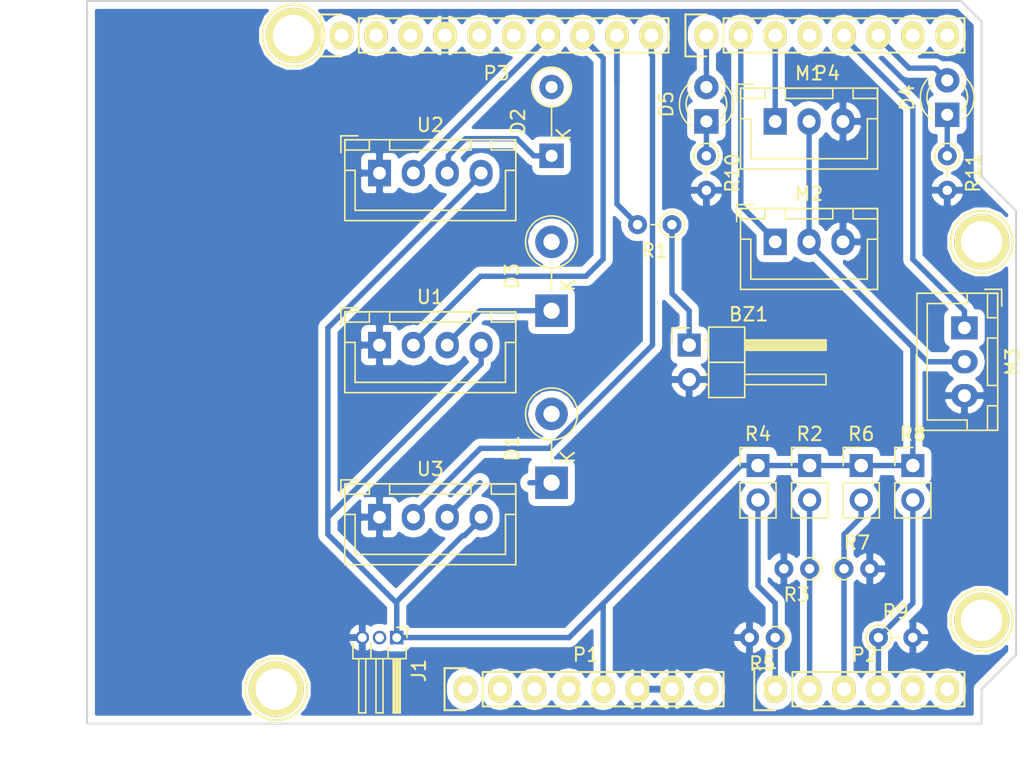
<source format=kicad_pcb>
(kicad_pcb (version 20171130) (host pcbnew "(5.0.0)")

  (general
    (thickness 1.6)
    (drawings 24)
    (tracks 99)
    (zones 0)
    (modules 32)
    (nets 40)
  )

  (page A4)
  (title_block
    (date "lun. 30 mars 2015")
  )

  (layers
    (0 F.Cu signal)
    (31 B.Cu signal)
    (32 B.Adhes user)
    (33 F.Adhes user)
    (34 B.Paste user)
    (35 F.Paste user)
    (36 B.SilkS user)
    (37 F.SilkS user)
    (38 B.Mask user)
    (39 F.Mask user)
    (40 Dwgs.User user)
    (41 Cmts.User user)
    (42 Eco1.User user)
    (43 Eco2.User user)
    (44 Edge.Cuts user)
    (45 Margin user)
    (46 B.CrtYd user)
    (47 F.CrtYd user)
    (48 B.Fab user)
    (49 F.Fab user)
  )

  (setup
    (last_trace_width 0.4)
    (trace_clearance 0.2)
    (zone_clearance 0.508)
    (zone_45_only no)
    (trace_min 0.2)
    (segment_width 0.15)
    (edge_width 0.15)
    (via_size 0.6)
    (via_drill 0.4)
    (via_min_size 0.4)
    (via_min_drill 0.3)
    (uvia_size 0.3)
    (uvia_drill 0.1)
    (uvias_allowed no)
    (uvia_min_size 0.2)
    (uvia_min_drill 0.1)
    (pcb_text_width 0.3)
    (pcb_text_size 1.5 1.5)
    (mod_edge_width 0.15)
    (mod_text_size 1 1)
    (mod_text_width 0.15)
    (pad_size 4.064 4.064)
    (pad_drill 3.048)
    (pad_to_mask_clearance 0)
    (aux_axis_origin 110.998 126.365)
    (grid_origin 110.998 126.365)
    (visible_elements 7FFFFFFF)
    (pcbplotparams
      (layerselection 0x00030_80000001)
      (usegerberextensions false)
      (usegerberattributes false)
      (usegerberadvancedattributes false)
      (creategerberjobfile false)
      (excludeedgelayer true)
      (linewidth 0.100000)
      (plotframeref false)
      (viasonmask false)
      (mode 1)
      (useauxorigin false)
      (hpglpennumber 1)
      (hpglpenspeed 20)
      (hpglpendiameter 15.000000)
      (psnegative false)
      (psa4output false)
      (plotreference true)
      (plotvalue true)
      (plotinvisibletext false)
      (padsonsilk false)
      (subtractmaskfromsilk false)
      (outputformat 1)
      (mirror false)
      (drillshape 1)
      (scaleselection 1)
      (outputdirectory ""))
  )

  (net 0 "")
  (net 1 /IOREF)
  (net 2 /Reset)
  (net 3 +5V)
  (net 4 GND)
  (net 5 /Vin)
  (net 6 /A0)
  (net 7 /A1)
  (net 8 /A2)
  (net 9 /A3)
  (net 10 /AREF)
  (net 11 "/A4(SDA)")
  (net 12 "/A5(SCL)")
  (net 13 "/9(**)")
  (net 14 /8)
  (net 15 /7)
  (net 16 "/6(**)")
  (net 17 "/5(**)")
  (net 18 /4)
  (net 19 "/3(**)")
  (net 20 /2)
  (net 21 "/1(Tx)")
  (net 22 "/0(Rx)")
  (net 23 "Net-(P5-Pad1)")
  (net 24 "Net-(P6-Pad1)")
  (net 25 "Net-(P7-Pad1)")
  (net 26 "Net-(P8-Pad1)")
  (net 27 "/10(**/SS)")
  (net 28 "Net-(P1-Pad1)")
  (net 29 +3V3)
  (net 30 "/12(MISO)")
  (net 31 "/11(**/MOSI)")
  (net 32 "Net-(D1-Pad1)")
  (net 33 "Net-(D2-Pad1)")
  (net 34 "Net-(D3-Pad1)")
  (net 35 "Net-(J1-Pad2)")
  (net 36 "Net-(BZ1-Pad1)")
  (net 37 "Net-(D4-Pad1)")
  (net 38 "Net-(P3-Pad5)")
  (net 39 "Net-(D5-Pad1)")

  (net_class Default "This is the default net class."
    (clearance 0.2)
    (trace_width 0.4)
    (via_dia 0.6)
    (via_drill 0.4)
    (uvia_dia 0.3)
    (uvia_drill 0.1)
    (add_net +3V3)
    (add_net +5V)
    (add_net "/0(Rx)")
    (add_net "/1(Tx)")
    (add_net "/10(**/SS)")
    (add_net "/11(**/MOSI)")
    (add_net "/12(MISO)")
    (add_net /2)
    (add_net "/3(**)")
    (add_net /4)
    (add_net "/5(**)")
    (add_net "/6(**)")
    (add_net /7)
    (add_net /8)
    (add_net "/9(**)")
    (add_net /A0)
    (add_net /A1)
    (add_net /A2)
    (add_net /A3)
    (add_net "/A4(SDA)")
    (add_net "/A5(SCL)")
    (add_net /AREF)
    (add_net /IOREF)
    (add_net /Reset)
    (add_net /Vin)
    (add_net GND)
    (add_net "Net-(BZ1-Pad1)")
    (add_net "Net-(D1-Pad1)")
    (add_net "Net-(D2-Pad1)")
    (add_net "Net-(D3-Pad1)")
    (add_net "Net-(D4-Pad1)")
    (add_net "Net-(D5-Pad1)")
    (add_net "Net-(J1-Pad2)")
    (add_net "Net-(P1-Pad1)")
    (add_net "Net-(P3-Pad5)")
    (add_net "Net-(P5-Pad1)")
    (add_net "Net-(P6-Pad1)")
    (add_net "Net-(P7-Pad1)")
    (add_net "Net-(P8-Pad1)")
  )

  (module Resistor_THT:R_Axial_DIN0204_L3.6mm_D1.6mm_P2.54mm_Vertical (layer F.Cu) (tedit 5AE5139B) (tstamp 5C2C4494)
    (at 174.498 84.455 270)
    (descr "Resistor, Axial_DIN0204 series, Axial, Vertical, pin pitch=2.54mm, 0.167W, length*diameter=3.6*1.6mm^2, http://cdn-reichelt.de/documents/datenblatt/B400/1_4W%23YAG.pdf")
    (tags "Resistor Axial_DIN0204 series Axial Vertical pin pitch 2.54mm 0.167W length 3.6mm diameter 1.6mm")
    (path /5C1A7B03)
    (fp_text reference R11 (at 1.27 -1.92 270) (layer F.SilkS)
      (effects (font (size 1 1) (thickness 0.15)))
    )
    (fp_text value R (at 1.27 1.92 270) (layer F.Fab)
      (effects (font (size 1 1) (thickness 0.15)))
    )
    (fp_circle (center 0 0) (end 0.8 0) (layer F.Fab) (width 0.1))
    (fp_circle (center 0 0) (end 0.92 0) (layer F.SilkS) (width 0.12))
    (fp_line (start 0 0) (end 2.54 0) (layer F.Fab) (width 0.1))
    (fp_line (start 0.92 0) (end 1.54 0) (layer F.SilkS) (width 0.12))
    (fp_line (start -1.05 -1.05) (end -1.05 1.05) (layer F.CrtYd) (width 0.05))
    (fp_line (start -1.05 1.05) (end 3.49 1.05) (layer F.CrtYd) (width 0.05))
    (fp_line (start 3.49 1.05) (end 3.49 -1.05) (layer F.CrtYd) (width 0.05))
    (fp_line (start 3.49 -1.05) (end -1.05 -1.05) (layer F.CrtYd) (width 0.05))
    (fp_text user %R (at 1.27 -1.92 270) (layer F.Fab)
      (effects (font (size 1 1) (thickness 0.15)))
    )
    (pad 1 thru_hole circle (at 0 0 270) (size 1.4 1.4) (drill 0.7) (layers *.Cu *.Mask)
      (net 37 "Net-(D4-Pad1)"))
    (pad 2 thru_hole oval (at 2.54 0 270) (size 1.4 1.4) (drill 0.7) (layers *.Cu *.Mask)
      (net 4 GND))
    (model ${KISYS3DMOD}/Resistor_THT.3dshapes/R_Axial_DIN0204_L3.6mm_D1.6mm_P2.54mm_Vertical.wrl
      (at (xyz 0 0 0))
      (scale (xyz 1 1 1))
      (rotate (xyz 0 0 0))
    )
  )

  (module Connector_PinHeader_2.54mm:PinHeader_1x02_P2.54mm_Vertical (layer F.Cu) (tedit 59FED5CC) (tstamp 5C2C3355)
    (at 171.958 107.315)
    (descr "Through hole straight pin header, 1x02, 2.54mm pitch, single row")
    (tags "Through hole pin header THT 1x02 2.54mm single row")
    (path /5BDC5D25)
    (fp_text reference R8 (at 0 -2.33) (layer F.SilkS)
      (effects (font (size 1 1) (thickness 0.15)))
    )
    (fp_text value LDR03 (at 0 4.87) (layer F.Fab)
      (effects (font (size 1 1) (thickness 0.15)))
    )
    (fp_text user %R (at 0 1.27 90) (layer F.Fab)
      (effects (font (size 1 1) (thickness 0.15)))
    )
    (fp_line (start 1.8 -1.8) (end -1.8 -1.8) (layer F.CrtYd) (width 0.05))
    (fp_line (start 1.8 4.35) (end 1.8 -1.8) (layer F.CrtYd) (width 0.05))
    (fp_line (start -1.8 4.35) (end 1.8 4.35) (layer F.CrtYd) (width 0.05))
    (fp_line (start -1.8 -1.8) (end -1.8 4.35) (layer F.CrtYd) (width 0.05))
    (fp_line (start -1.33 -1.33) (end 0 -1.33) (layer F.SilkS) (width 0.12))
    (fp_line (start -1.33 0) (end -1.33 -1.33) (layer F.SilkS) (width 0.12))
    (fp_line (start -1.33 1.27) (end 1.33 1.27) (layer F.SilkS) (width 0.12))
    (fp_line (start 1.33 1.27) (end 1.33 3.87) (layer F.SilkS) (width 0.12))
    (fp_line (start -1.33 1.27) (end -1.33 3.87) (layer F.SilkS) (width 0.12))
    (fp_line (start -1.33 3.87) (end 1.33 3.87) (layer F.SilkS) (width 0.12))
    (fp_line (start -1.27 -0.635) (end -0.635 -1.27) (layer F.Fab) (width 0.1))
    (fp_line (start -1.27 3.81) (end -1.27 -0.635) (layer F.Fab) (width 0.1))
    (fp_line (start 1.27 3.81) (end -1.27 3.81) (layer F.Fab) (width 0.1))
    (fp_line (start 1.27 -1.27) (end 1.27 3.81) (layer F.Fab) (width 0.1))
    (fp_line (start -0.635 -1.27) (end 1.27 -1.27) (layer F.Fab) (width 0.1))
    (pad 2 thru_hole oval (at 0 2.54) (size 1.7 1.7) (drill 1) (layers *.Cu *.Mask)
      (net 9 /A3))
    (pad 1 thru_hole rect (at 0 0) (size 1.7 1.7) (drill 1) (layers *.Cu *.Mask)
      (net 3 +5V))
    (model ${KISYS3DMOD}/Connector_PinHeader_2.54mm.3dshapes/PinHeader_1x02_P2.54mm_Vertical.wrl
      (at (xyz 0 0 0))
      (scale (xyz 1 1 1))
      (rotate (xyz 0 0 0))
    )
  )

  (module Connector_PinHeader_2.54mm:PinHeader_1x02_P2.54mm_Vertical (layer F.Cu) (tedit 59FED5CC) (tstamp 5C2C3340)
    (at 168.148 107.315)
    (descr "Through hole straight pin header, 1x02, 2.54mm pitch, single row")
    (tags "Through hole pin header THT 1x02 2.54mm single row")
    (path /5BDC5D1E)
    (fp_text reference R6 (at 0 -2.33) (layer F.SilkS)
      (effects (font (size 1 1) (thickness 0.15)))
    )
    (fp_text value LDR03 (at 0 4.87) (layer F.Fab)
      (effects (font (size 1 1) (thickness 0.15)))
    )
    (fp_line (start -0.635 -1.27) (end 1.27 -1.27) (layer F.Fab) (width 0.1))
    (fp_line (start 1.27 -1.27) (end 1.27 3.81) (layer F.Fab) (width 0.1))
    (fp_line (start 1.27 3.81) (end -1.27 3.81) (layer F.Fab) (width 0.1))
    (fp_line (start -1.27 3.81) (end -1.27 -0.635) (layer F.Fab) (width 0.1))
    (fp_line (start -1.27 -0.635) (end -0.635 -1.27) (layer F.Fab) (width 0.1))
    (fp_line (start -1.33 3.87) (end 1.33 3.87) (layer F.SilkS) (width 0.12))
    (fp_line (start -1.33 1.27) (end -1.33 3.87) (layer F.SilkS) (width 0.12))
    (fp_line (start 1.33 1.27) (end 1.33 3.87) (layer F.SilkS) (width 0.12))
    (fp_line (start -1.33 1.27) (end 1.33 1.27) (layer F.SilkS) (width 0.12))
    (fp_line (start -1.33 0) (end -1.33 -1.33) (layer F.SilkS) (width 0.12))
    (fp_line (start -1.33 -1.33) (end 0 -1.33) (layer F.SilkS) (width 0.12))
    (fp_line (start -1.8 -1.8) (end -1.8 4.35) (layer F.CrtYd) (width 0.05))
    (fp_line (start -1.8 4.35) (end 1.8 4.35) (layer F.CrtYd) (width 0.05))
    (fp_line (start 1.8 4.35) (end 1.8 -1.8) (layer F.CrtYd) (width 0.05))
    (fp_line (start 1.8 -1.8) (end -1.8 -1.8) (layer F.CrtYd) (width 0.05))
    (fp_text user %R (at 0 1.27 90) (layer F.Fab)
      (effects (font (size 1 1) (thickness 0.15)))
    )
    (pad 1 thru_hole rect (at 0 0) (size 1.7 1.7) (drill 1) (layers *.Cu *.Mask)
      (net 3 +5V))
    (pad 2 thru_hole oval (at 0 2.54) (size 1.7 1.7) (drill 1) (layers *.Cu *.Mask)
      (net 8 /A2))
    (model ${KISYS3DMOD}/Connector_PinHeader_2.54mm.3dshapes/PinHeader_1x02_P2.54mm_Vertical.wrl
      (at (xyz 0 0 0))
      (scale (xyz 1 1 1))
      (rotate (xyz 0 0 0))
    )
  )

  (module Connector_PinHeader_2.54mm:PinHeader_1x02_P2.54mm_Vertical (layer F.Cu) (tedit 59FED5CC) (tstamp 5C2C332B)
    (at 160.528 107.315)
    (descr "Through hole straight pin header, 1x02, 2.54mm pitch, single row")
    (tags "Through hole pin header THT 1x02 2.54mm single row")
    (path /5BDC54F3)
    (fp_text reference R4 (at 0 -2.33) (layer F.SilkS)
      (effects (font (size 1 1) (thickness 0.15)))
    )
    (fp_text value LDR03 (at 0 4.87) (layer F.Fab)
      (effects (font (size 1 1) (thickness 0.15)))
    )
    (fp_text user %R (at 0 1.27 90) (layer F.Fab)
      (effects (font (size 1 1) (thickness 0.15)))
    )
    (fp_line (start 1.8 -1.8) (end -1.8 -1.8) (layer F.CrtYd) (width 0.05))
    (fp_line (start 1.8 4.35) (end 1.8 -1.8) (layer F.CrtYd) (width 0.05))
    (fp_line (start -1.8 4.35) (end 1.8 4.35) (layer F.CrtYd) (width 0.05))
    (fp_line (start -1.8 -1.8) (end -1.8 4.35) (layer F.CrtYd) (width 0.05))
    (fp_line (start -1.33 -1.33) (end 0 -1.33) (layer F.SilkS) (width 0.12))
    (fp_line (start -1.33 0) (end -1.33 -1.33) (layer F.SilkS) (width 0.12))
    (fp_line (start -1.33 1.27) (end 1.33 1.27) (layer F.SilkS) (width 0.12))
    (fp_line (start 1.33 1.27) (end 1.33 3.87) (layer F.SilkS) (width 0.12))
    (fp_line (start -1.33 1.27) (end -1.33 3.87) (layer F.SilkS) (width 0.12))
    (fp_line (start -1.33 3.87) (end 1.33 3.87) (layer F.SilkS) (width 0.12))
    (fp_line (start -1.27 -0.635) (end -0.635 -1.27) (layer F.Fab) (width 0.1))
    (fp_line (start -1.27 3.81) (end -1.27 -0.635) (layer F.Fab) (width 0.1))
    (fp_line (start 1.27 3.81) (end -1.27 3.81) (layer F.Fab) (width 0.1))
    (fp_line (start 1.27 -1.27) (end 1.27 3.81) (layer F.Fab) (width 0.1))
    (fp_line (start -0.635 -1.27) (end 1.27 -1.27) (layer F.Fab) (width 0.1))
    (pad 2 thru_hole oval (at 0 2.54) (size 1.7 1.7) (drill 1) (layers *.Cu *.Mask)
      (net 6 /A0))
    (pad 1 thru_hole rect (at 0 0) (size 1.7 1.7) (drill 1) (layers *.Cu *.Mask)
      (net 3 +5V))
    (model ${KISYS3DMOD}/Connector_PinHeader_2.54mm.3dshapes/PinHeader_1x02_P2.54mm_Vertical.wrl
      (at (xyz 0 0 0))
      (scale (xyz 1 1 1))
      (rotate (xyz 0 0 0))
    )
  )

  (module Connector_PinHeader_2.54mm:PinHeader_1x02_P2.54mm_Vertical (layer F.Cu) (tedit 59FED5CC) (tstamp 5C2C3316)
    (at 164.338 107.315)
    (descr "Through hole straight pin header, 1x02, 2.54mm pitch, single row")
    (tags "Through hole pin header THT 1x02 2.54mm single row")
    (path /5BDC543A)
    (fp_text reference R2 (at 0 -2.33) (layer F.SilkS)
      (effects (font (size 1 1) (thickness 0.15)))
    )
    (fp_text value LDR03 (at 0 4.87) (layer F.Fab)
      (effects (font (size 1 1) (thickness 0.15)))
    )
    (fp_line (start -0.635 -1.27) (end 1.27 -1.27) (layer F.Fab) (width 0.1))
    (fp_line (start 1.27 -1.27) (end 1.27 3.81) (layer F.Fab) (width 0.1))
    (fp_line (start 1.27 3.81) (end -1.27 3.81) (layer F.Fab) (width 0.1))
    (fp_line (start -1.27 3.81) (end -1.27 -0.635) (layer F.Fab) (width 0.1))
    (fp_line (start -1.27 -0.635) (end -0.635 -1.27) (layer F.Fab) (width 0.1))
    (fp_line (start -1.33 3.87) (end 1.33 3.87) (layer F.SilkS) (width 0.12))
    (fp_line (start -1.33 1.27) (end -1.33 3.87) (layer F.SilkS) (width 0.12))
    (fp_line (start 1.33 1.27) (end 1.33 3.87) (layer F.SilkS) (width 0.12))
    (fp_line (start -1.33 1.27) (end 1.33 1.27) (layer F.SilkS) (width 0.12))
    (fp_line (start -1.33 0) (end -1.33 -1.33) (layer F.SilkS) (width 0.12))
    (fp_line (start -1.33 -1.33) (end 0 -1.33) (layer F.SilkS) (width 0.12))
    (fp_line (start -1.8 -1.8) (end -1.8 4.35) (layer F.CrtYd) (width 0.05))
    (fp_line (start -1.8 4.35) (end 1.8 4.35) (layer F.CrtYd) (width 0.05))
    (fp_line (start 1.8 4.35) (end 1.8 -1.8) (layer F.CrtYd) (width 0.05))
    (fp_line (start 1.8 -1.8) (end -1.8 -1.8) (layer F.CrtYd) (width 0.05))
    (fp_text user %R (at 0 1.27 90) (layer F.Fab)
      (effects (font (size 1 1) (thickness 0.15)))
    )
    (pad 1 thru_hole rect (at 0 0) (size 1.7 1.7) (drill 1) (layers *.Cu *.Mask)
      (net 3 +5V))
    (pad 2 thru_hole oval (at 0 2.54) (size 1.7 1.7) (drill 1) (layers *.Cu *.Mask)
      (net 7 /A1))
    (model ${KISYS3DMOD}/Connector_PinHeader_2.54mm.3dshapes/PinHeader_1x02_P2.54mm_Vertical.wrl
      (at (xyz 0 0 0))
      (scale (xyz 1 1 1))
      (rotate (xyz 0 0 0))
    )
  )

  (module Connector_PinHeader_2.54mm:PinHeader_1x02_P2.54mm_Horizontal (layer F.Cu) (tedit 59FED5CB) (tstamp 5C2C0DD3)
    (at 155.448 98.425)
    (descr "Through hole angled pin header, 1x02, 2.54mm pitch, 6mm pin length, single row")
    (tags "Through hole angled pin header THT 1x02 2.54mm single row")
    (path /5BE382D5)
    (fp_text reference BZ1 (at 4.385 -2.27) (layer F.SilkS)
      (effects (font (size 1 1) (thickness 0.15)))
    )
    (fp_text value Buzzer (at 4.385 4.81) (layer F.Fab)
      (effects (font (size 1 1) (thickness 0.15)))
    )
    (fp_line (start 2.135 -1.27) (end 4.04 -1.27) (layer F.Fab) (width 0.1))
    (fp_line (start 4.04 -1.27) (end 4.04 3.81) (layer F.Fab) (width 0.1))
    (fp_line (start 4.04 3.81) (end 1.5 3.81) (layer F.Fab) (width 0.1))
    (fp_line (start 1.5 3.81) (end 1.5 -0.635) (layer F.Fab) (width 0.1))
    (fp_line (start 1.5 -0.635) (end 2.135 -1.27) (layer F.Fab) (width 0.1))
    (fp_line (start -0.32 -0.32) (end 1.5 -0.32) (layer F.Fab) (width 0.1))
    (fp_line (start -0.32 -0.32) (end -0.32 0.32) (layer F.Fab) (width 0.1))
    (fp_line (start -0.32 0.32) (end 1.5 0.32) (layer F.Fab) (width 0.1))
    (fp_line (start 4.04 -0.32) (end 10.04 -0.32) (layer F.Fab) (width 0.1))
    (fp_line (start 10.04 -0.32) (end 10.04 0.32) (layer F.Fab) (width 0.1))
    (fp_line (start 4.04 0.32) (end 10.04 0.32) (layer F.Fab) (width 0.1))
    (fp_line (start -0.32 2.22) (end 1.5 2.22) (layer F.Fab) (width 0.1))
    (fp_line (start -0.32 2.22) (end -0.32 2.86) (layer F.Fab) (width 0.1))
    (fp_line (start -0.32 2.86) (end 1.5 2.86) (layer F.Fab) (width 0.1))
    (fp_line (start 4.04 2.22) (end 10.04 2.22) (layer F.Fab) (width 0.1))
    (fp_line (start 10.04 2.22) (end 10.04 2.86) (layer F.Fab) (width 0.1))
    (fp_line (start 4.04 2.86) (end 10.04 2.86) (layer F.Fab) (width 0.1))
    (fp_line (start 1.44 -1.33) (end 1.44 3.87) (layer F.SilkS) (width 0.12))
    (fp_line (start 1.44 3.87) (end 4.1 3.87) (layer F.SilkS) (width 0.12))
    (fp_line (start 4.1 3.87) (end 4.1 -1.33) (layer F.SilkS) (width 0.12))
    (fp_line (start 4.1 -1.33) (end 1.44 -1.33) (layer F.SilkS) (width 0.12))
    (fp_line (start 4.1 -0.38) (end 10.1 -0.38) (layer F.SilkS) (width 0.12))
    (fp_line (start 10.1 -0.38) (end 10.1 0.38) (layer F.SilkS) (width 0.12))
    (fp_line (start 10.1 0.38) (end 4.1 0.38) (layer F.SilkS) (width 0.12))
    (fp_line (start 4.1 -0.32) (end 10.1 -0.32) (layer F.SilkS) (width 0.12))
    (fp_line (start 4.1 -0.2) (end 10.1 -0.2) (layer F.SilkS) (width 0.12))
    (fp_line (start 4.1 -0.08) (end 10.1 -0.08) (layer F.SilkS) (width 0.12))
    (fp_line (start 4.1 0.04) (end 10.1 0.04) (layer F.SilkS) (width 0.12))
    (fp_line (start 4.1 0.16) (end 10.1 0.16) (layer F.SilkS) (width 0.12))
    (fp_line (start 4.1 0.28) (end 10.1 0.28) (layer F.SilkS) (width 0.12))
    (fp_line (start 1.11 -0.38) (end 1.44 -0.38) (layer F.SilkS) (width 0.12))
    (fp_line (start 1.11 0.38) (end 1.44 0.38) (layer F.SilkS) (width 0.12))
    (fp_line (start 1.44 1.27) (end 4.1 1.27) (layer F.SilkS) (width 0.12))
    (fp_line (start 4.1 2.16) (end 10.1 2.16) (layer F.SilkS) (width 0.12))
    (fp_line (start 10.1 2.16) (end 10.1 2.92) (layer F.SilkS) (width 0.12))
    (fp_line (start 10.1 2.92) (end 4.1 2.92) (layer F.SilkS) (width 0.12))
    (fp_line (start 1.042929 2.16) (end 1.44 2.16) (layer F.SilkS) (width 0.12))
    (fp_line (start 1.042929 2.92) (end 1.44 2.92) (layer F.SilkS) (width 0.12))
    (fp_line (start -1.27 0) (end -1.27 -1.27) (layer F.SilkS) (width 0.12))
    (fp_line (start -1.27 -1.27) (end 0 -1.27) (layer F.SilkS) (width 0.12))
    (fp_line (start -1.8 -1.8) (end -1.8 4.35) (layer F.CrtYd) (width 0.05))
    (fp_line (start -1.8 4.35) (end 10.55 4.35) (layer F.CrtYd) (width 0.05))
    (fp_line (start 10.55 4.35) (end 10.55 -1.8) (layer F.CrtYd) (width 0.05))
    (fp_line (start 10.55 -1.8) (end -1.8 -1.8) (layer F.CrtYd) (width 0.05))
    (fp_text user %R (at 2.77 1.27 90) (layer F.Fab)
      (effects (font (size 1 1) (thickness 0.15)))
    )
    (pad 1 thru_hole rect (at 0 0) (size 1.7 1.7) (drill 1) (layers *.Cu *.Mask)
      (net 36 "Net-(BZ1-Pad1)"))
    (pad 2 thru_hole oval (at 0 2.54) (size 1.7 1.7) (drill 1) (layers *.Cu *.Mask)
      (net 4 GND))
    (model ${KISYS3DMOD}/Connector_PinHeader_2.54mm.3dshapes/PinHeader_1x02_P2.54mm_Horizontal.wrl
      (at (xyz 0 0 0))
      (scale (xyz 1 1 1))
      (rotate (xyz 0 0 0))
    )
  )

  (module Connector_JST:JST_XH_B03B-XH-A_1x03_P2.50mm_Vertical (layer F.Cu) (tedit 5A2731AA) (tstamp 5C2BF11A)
    (at 161.798 81.915)
    (descr "JST XH series connector, B03B-XH-A (http://www.jst-mfg.com/product/pdf/eng/eXH.pdf), generated with kicad-footprint-generator")
    (tags "connector JST XH side entry")
    (path /5BE0A325)
    (fp_text reference M1 (at 2.5 -3.55) (layer F.SilkS)
      (effects (font (size 1 1) (thickness 0.15)))
    )
    (fp_text value Motor_Servo (at 2.5 4.6) (layer F.Fab)
      (effects (font (size 1 1) (thickness 0.15)))
    )
    (fp_line (start -2.45 -2.35) (end -2.45 3.4) (layer F.Fab) (width 0.1))
    (fp_line (start -2.45 3.4) (end 7.45 3.4) (layer F.Fab) (width 0.1))
    (fp_line (start 7.45 3.4) (end 7.45 -2.35) (layer F.Fab) (width 0.1))
    (fp_line (start 7.45 -2.35) (end -2.45 -2.35) (layer F.Fab) (width 0.1))
    (fp_line (start -2.56 -2.46) (end -2.56 3.51) (layer F.SilkS) (width 0.12))
    (fp_line (start -2.56 3.51) (end 7.56 3.51) (layer F.SilkS) (width 0.12))
    (fp_line (start 7.56 3.51) (end 7.56 -2.46) (layer F.SilkS) (width 0.12))
    (fp_line (start 7.56 -2.46) (end -2.56 -2.46) (layer F.SilkS) (width 0.12))
    (fp_line (start -2.95 -2.85) (end -2.95 3.9) (layer F.CrtYd) (width 0.05))
    (fp_line (start -2.95 3.9) (end 7.95 3.9) (layer F.CrtYd) (width 0.05))
    (fp_line (start 7.95 3.9) (end 7.95 -2.85) (layer F.CrtYd) (width 0.05))
    (fp_line (start 7.95 -2.85) (end -2.95 -2.85) (layer F.CrtYd) (width 0.05))
    (fp_line (start -0.625 -2.35) (end 0 -1.35) (layer F.Fab) (width 0.1))
    (fp_line (start 0 -1.35) (end 0.625 -2.35) (layer F.Fab) (width 0.1))
    (fp_line (start 0.75 -2.45) (end 0.75 -1.7) (layer F.SilkS) (width 0.12))
    (fp_line (start 0.75 -1.7) (end 4.25 -1.7) (layer F.SilkS) (width 0.12))
    (fp_line (start 4.25 -1.7) (end 4.25 -2.45) (layer F.SilkS) (width 0.12))
    (fp_line (start 4.25 -2.45) (end 0.75 -2.45) (layer F.SilkS) (width 0.12))
    (fp_line (start -2.55 -2.45) (end -2.55 -1.7) (layer F.SilkS) (width 0.12))
    (fp_line (start -2.55 -1.7) (end -0.75 -1.7) (layer F.SilkS) (width 0.12))
    (fp_line (start -0.75 -1.7) (end -0.75 -2.45) (layer F.SilkS) (width 0.12))
    (fp_line (start -0.75 -2.45) (end -2.55 -2.45) (layer F.SilkS) (width 0.12))
    (fp_line (start 5.75 -2.45) (end 5.75 -1.7) (layer F.SilkS) (width 0.12))
    (fp_line (start 5.75 -1.7) (end 7.55 -1.7) (layer F.SilkS) (width 0.12))
    (fp_line (start 7.55 -1.7) (end 7.55 -2.45) (layer F.SilkS) (width 0.12))
    (fp_line (start 7.55 -2.45) (end 5.75 -2.45) (layer F.SilkS) (width 0.12))
    (fp_line (start -2.55 -0.2) (end -1.8 -0.2) (layer F.SilkS) (width 0.12))
    (fp_line (start -1.8 -0.2) (end -1.8 2.75) (layer F.SilkS) (width 0.12))
    (fp_line (start -1.8 2.75) (end 2.5 2.75) (layer F.SilkS) (width 0.12))
    (fp_line (start 7.55 -0.2) (end 6.8 -0.2) (layer F.SilkS) (width 0.12))
    (fp_line (start 6.8 -0.2) (end 6.8 2.75) (layer F.SilkS) (width 0.12))
    (fp_line (start 6.8 2.75) (end 2.5 2.75) (layer F.SilkS) (width 0.12))
    (fp_line (start -1.6 -2.75) (end -2.85 -2.75) (layer F.SilkS) (width 0.12))
    (fp_line (start -2.85 -2.75) (end -2.85 -1.5) (layer F.SilkS) (width 0.12))
    (fp_text user %R (at 2.5 2.7) (layer F.Fab)
      (effects (font (size 1 1) (thickness 0.15)))
    )
    (pad 1 thru_hole rect (at 0 0) (size 1.7 1.95) (drill 0.95) (layers *.Cu *.Mask)
      (net 17 "/5(**)"))
    (pad 2 thru_hole oval (at 2.5 0) (size 1.7 1.95) (drill 0.95) (layers *.Cu *.Mask)
      (net 3 +5V))
    (pad 3 thru_hole oval (at 5 0) (size 1.7 1.95) (drill 0.95) (layers *.Cu *.Mask)
      (net 4 GND))
    (model ${KISYS3DMOD}/Connector_JST.3dshapes/JST_XH_B03B-XH-A_1x03_P2.50mm_Vertical.wrl
      (at (xyz 0 0 0))
      (scale (xyz 1 1 1))
      (rotate (xyz 0 0 0))
    )
  )

  (module Connector_JST:JST_XH_B03B-XH-A_1x03_P2.50mm_Vertical (layer F.Cu) (tedit 5A2731AA) (tstamp 5C2BF0F0)
    (at 161.798 90.805)
    (descr "JST XH series connector, B03B-XH-A (http://www.jst-mfg.com/product/pdf/eng/eXH.pdf), generated with kicad-footprint-generator")
    (tags "connector JST XH side entry")
    (path /5BE0A3F5)
    (fp_text reference M2 (at 2.5 -3.55) (layer F.SilkS)
      (effects (font (size 1 1) (thickness 0.15)))
    )
    (fp_text value Motor_Servo (at 2.5 4.6) (layer F.Fab)
      (effects (font (size 1 1) (thickness 0.15)))
    )
    (fp_text user %R (at 2.5 2.7) (layer F.Fab)
      (effects (font (size 1 1) (thickness 0.15)))
    )
    (fp_line (start -2.85 -2.75) (end -2.85 -1.5) (layer F.SilkS) (width 0.12))
    (fp_line (start -1.6 -2.75) (end -2.85 -2.75) (layer F.SilkS) (width 0.12))
    (fp_line (start 6.8 2.75) (end 2.5 2.75) (layer F.SilkS) (width 0.12))
    (fp_line (start 6.8 -0.2) (end 6.8 2.75) (layer F.SilkS) (width 0.12))
    (fp_line (start 7.55 -0.2) (end 6.8 -0.2) (layer F.SilkS) (width 0.12))
    (fp_line (start -1.8 2.75) (end 2.5 2.75) (layer F.SilkS) (width 0.12))
    (fp_line (start -1.8 -0.2) (end -1.8 2.75) (layer F.SilkS) (width 0.12))
    (fp_line (start -2.55 -0.2) (end -1.8 -0.2) (layer F.SilkS) (width 0.12))
    (fp_line (start 7.55 -2.45) (end 5.75 -2.45) (layer F.SilkS) (width 0.12))
    (fp_line (start 7.55 -1.7) (end 7.55 -2.45) (layer F.SilkS) (width 0.12))
    (fp_line (start 5.75 -1.7) (end 7.55 -1.7) (layer F.SilkS) (width 0.12))
    (fp_line (start 5.75 -2.45) (end 5.75 -1.7) (layer F.SilkS) (width 0.12))
    (fp_line (start -0.75 -2.45) (end -2.55 -2.45) (layer F.SilkS) (width 0.12))
    (fp_line (start -0.75 -1.7) (end -0.75 -2.45) (layer F.SilkS) (width 0.12))
    (fp_line (start -2.55 -1.7) (end -0.75 -1.7) (layer F.SilkS) (width 0.12))
    (fp_line (start -2.55 -2.45) (end -2.55 -1.7) (layer F.SilkS) (width 0.12))
    (fp_line (start 4.25 -2.45) (end 0.75 -2.45) (layer F.SilkS) (width 0.12))
    (fp_line (start 4.25 -1.7) (end 4.25 -2.45) (layer F.SilkS) (width 0.12))
    (fp_line (start 0.75 -1.7) (end 4.25 -1.7) (layer F.SilkS) (width 0.12))
    (fp_line (start 0.75 -2.45) (end 0.75 -1.7) (layer F.SilkS) (width 0.12))
    (fp_line (start 0 -1.35) (end 0.625 -2.35) (layer F.Fab) (width 0.1))
    (fp_line (start -0.625 -2.35) (end 0 -1.35) (layer F.Fab) (width 0.1))
    (fp_line (start 7.95 -2.85) (end -2.95 -2.85) (layer F.CrtYd) (width 0.05))
    (fp_line (start 7.95 3.9) (end 7.95 -2.85) (layer F.CrtYd) (width 0.05))
    (fp_line (start -2.95 3.9) (end 7.95 3.9) (layer F.CrtYd) (width 0.05))
    (fp_line (start -2.95 -2.85) (end -2.95 3.9) (layer F.CrtYd) (width 0.05))
    (fp_line (start 7.56 -2.46) (end -2.56 -2.46) (layer F.SilkS) (width 0.12))
    (fp_line (start 7.56 3.51) (end 7.56 -2.46) (layer F.SilkS) (width 0.12))
    (fp_line (start -2.56 3.51) (end 7.56 3.51) (layer F.SilkS) (width 0.12))
    (fp_line (start -2.56 -2.46) (end -2.56 3.51) (layer F.SilkS) (width 0.12))
    (fp_line (start 7.45 -2.35) (end -2.45 -2.35) (layer F.Fab) (width 0.1))
    (fp_line (start 7.45 3.4) (end 7.45 -2.35) (layer F.Fab) (width 0.1))
    (fp_line (start -2.45 3.4) (end 7.45 3.4) (layer F.Fab) (width 0.1))
    (fp_line (start -2.45 -2.35) (end -2.45 3.4) (layer F.Fab) (width 0.1))
    (pad 3 thru_hole oval (at 5 0) (size 1.7 1.95) (drill 0.95) (layers *.Cu *.Mask)
      (net 4 GND))
    (pad 2 thru_hole oval (at 2.5 0) (size 1.7 1.95) (drill 0.95) (layers *.Cu *.Mask)
      (net 3 +5V))
    (pad 1 thru_hole rect (at 0 0) (size 1.7 1.95) (drill 0.95) (layers *.Cu *.Mask)
      (net 16 "/6(**)"))
    (model ${KISYS3DMOD}/Connector_JST.3dshapes/JST_XH_B03B-XH-A_1x03_P2.50mm_Vertical.wrl
      (at (xyz 0 0 0))
      (scale (xyz 1 1 1))
      (rotate (xyz 0 0 0))
    )
  )

  (module Connector_JST:JST_XH_B03B-XH-A_1x03_P2.50mm_Vertical (layer F.Cu) (tedit 5A2731AA) (tstamp 5C2BF0C6)
    (at 175.768 97.155 270)
    (descr "JST XH series connector, B03B-XH-A (http://www.jst-mfg.com/product/pdf/eng/eXH.pdf), generated with kicad-footprint-generator")
    (tags "connector JST XH side entry")
    (path /5BE0A45B)
    (fp_text reference M3 (at 2.5 -3.55 270) (layer F.SilkS)
      (effects (font (size 1 1) (thickness 0.15)))
    )
    (fp_text value Motor_Servo (at 2.5 4.6 270) (layer F.Fab)
      (effects (font (size 1 1) (thickness 0.15)))
    )
    (fp_line (start -2.45 -2.35) (end -2.45 3.4) (layer F.Fab) (width 0.1))
    (fp_line (start -2.45 3.4) (end 7.45 3.4) (layer F.Fab) (width 0.1))
    (fp_line (start 7.45 3.4) (end 7.45 -2.35) (layer F.Fab) (width 0.1))
    (fp_line (start 7.45 -2.35) (end -2.45 -2.35) (layer F.Fab) (width 0.1))
    (fp_line (start -2.56 -2.46) (end -2.56 3.51) (layer F.SilkS) (width 0.12))
    (fp_line (start -2.56 3.51) (end 7.56 3.51) (layer F.SilkS) (width 0.12))
    (fp_line (start 7.56 3.51) (end 7.56 -2.46) (layer F.SilkS) (width 0.12))
    (fp_line (start 7.56 -2.46) (end -2.56 -2.46) (layer F.SilkS) (width 0.12))
    (fp_line (start -2.95 -2.85) (end -2.95 3.9) (layer F.CrtYd) (width 0.05))
    (fp_line (start -2.95 3.9) (end 7.95 3.9) (layer F.CrtYd) (width 0.05))
    (fp_line (start 7.95 3.9) (end 7.95 -2.85) (layer F.CrtYd) (width 0.05))
    (fp_line (start 7.95 -2.85) (end -2.95 -2.85) (layer F.CrtYd) (width 0.05))
    (fp_line (start -0.625 -2.35) (end 0 -1.35) (layer F.Fab) (width 0.1))
    (fp_line (start 0 -1.35) (end 0.625 -2.35) (layer F.Fab) (width 0.1))
    (fp_line (start 0.75 -2.45) (end 0.75 -1.7) (layer F.SilkS) (width 0.12))
    (fp_line (start 0.75 -1.7) (end 4.25 -1.7) (layer F.SilkS) (width 0.12))
    (fp_line (start 4.25 -1.7) (end 4.25 -2.45) (layer F.SilkS) (width 0.12))
    (fp_line (start 4.25 -2.45) (end 0.75 -2.45) (layer F.SilkS) (width 0.12))
    (fp_line (start -2.55 -2.45) (end -2.55 -1.7) (layer F.SilkS) (width 0.12))
    (fp_line (start -2.55 -1.7) (end -0.75 -1.7) (layer F.SilkS) (width 0.12))
    (fp_line (start -0.75 -1.7) (end -0.75 -2.45) (layer F.SilkS) (width 0.12))
    (fp_line (start -0.75 -2.45) (end -2.55 -2.45) (layer F.SilkS) (width 0.12))
    (fp_line (start 5.75 -2.45) (end 5.75 -1.7) (layer F.SilkS) (width 0.12))
    (fp_line (start 5.75 -1.7) (end 7.55 -1.7) (layer F.SilkS) (width 0.12))
    (fp_line (start 7.55 -1.7) (end 7.55 -2.45) (layer F.SilkS) (width 0.12))
    (fp_line (start 7.55 -2.45) (end 5.75 -2.45) (layer F.SilkS) (width 0.12))
    (fp_line (start -2.55 -0.2) (end -1.8 -0.2) (layer F.SilkS) (width 0.12))
    (fp_line (start -1.8 -0.2) (end -1.8 2.75) (layer F.SilkS) (width 0.12))
    (fp_line (start -1.8 2.75) (end 2.5 2.75) (layer F.SilkS) (width 0.12))
    (fp_line (start 7.55 -0.2) (end 6.8 -0.2) (layer F.SilkS) (width 0.12))
    (fp_line (start 6.8 -0.2) (end 6.8 2.75) (layer F.SilkS) (width 0.12))
    (fp_line (start 6.8 2.75) (end 2.5 2.75) (layer F.SilkS) (width 0.12))
    (fp_line (start -1.6 -2.75) (end -2.85 -2.75) (layer F.SilkS) (width 0.12))
    (fp_line (start -2.85 -2.75) (end -2.85 -1.5) (layer F.SilkS) (width 0.12))
    (fp_text user %R (at 2.5 2.7 270) (layer F.Fab)
      (effects (font (size 1 1) (thickness 0.15)))
    )
    (pad 1 thru_hole rect (at 0 0 270) (size 1.7 1.95) (drill 0.95) (layers *.Cu *.Mask)
      (net 19 "/3(**)"))
    (pad 2 thru_hole oval (at 2.5 0 270) (size 1.7 1.95) (drill 0.95) (layers *.Cu *.Mask)
      (net 3 +5V))
    (pad 3 thru_hole oval (at 5 0 270) (size 1.7 1.95) (drill 0.95) (layers *.Cu *.Mask)
      (net 4 GND))
    (model ${KISYS3DMOD}/Connector_JST.3dshapes/JST_XH_B03B-XH-A_1x03_P2.50mm_Vertical.wrl
      (at (xyz 0 0 0))
      (scale (xyz 1 1 1))
      (rotate (xyz 0 0 0))
    )
  )

  (module Connector_JST:JST_XH_B04B-XH-A_1x04_P2.50mm_Vertical (layer F.Cu) (tedit 5A2731AA) (tstamp 5C2BF09C)
    (at 132.588 111.125)
    (descr "JST XH series connector, B04B-XH-A (http://www.jst-mfg.com/product/pdf/eng/eXH.pdf), generated with kicad-footprint-generator")
    (tags "connector JST XH side entry")
    (path /5BDCAE36)
    (fp_text reference U3 (at 3.75 -3.55) (layer F.SilkS)
      (effects (font (size 1 1) (thickness 0.15)))
    )
    (fp_text value HC-SR04 (at 3.75 4.6) (layer F.Fab)
      (effects (font (size 1 1) (thickness 0.15)))
    )
    (fp_line (start -2.45 -2.35) (end -2.45 3.4) (layer F.Fab) (width 0.1))
    (fp_line (start -2.45 3.4) (end 9.95 3.4) (layer F.Fab) (width 0.1))
    (fp_line (start 9.95 3.4) (end 9.95 -2.35) (layer F.Fab) (width 0.1))
    (fp_line (start 9.95 -2.35) (end -2.45 -2.35) (layer F.Fab) (width 0.1))
    (fp_line (start -2.56 -2.46) (end -2.56 3.51) (layer F.SilkS) (width 0.12))
    (fp_line (start -2.56 3.51) (end 10.06 3.51) (layer F.SilkS) (width 0.12))
    (fp_line (start 10.06 3.51) (end 10.06 -2.46) (layer F.SilkS) (width 0.12))
    (fp_line (start 10.06 -2.46) (end -2.56 -2.46) (layer F.SilkS) (width 0.12))
    (fp_line (start -2.95 -2.85) (end -2.95 3.9) (layer F.CrtYd) (width 0.05))
    (fp_line (start -2.95 3.9) (end 10.45 3.9) (layer F.CrtYd) (width 0.05))
    (fp_line (start 10.45 3.9) (end 10.45 -2.85) (layer F.CrtYd) (width 0.05))
    (fp_line (start 10.45 -2.85) (end -2.95 -2.85) (layer F.CrtYd) (width 0.05))
    (fp_line (start -0.625 -2.35) (end 0 -1.35) (layer F.Fab) (width 0.1))
    (fp_line (start 0 -1.35) (end 0.625 -2.35) (layer F.Fab) (width 0.1))
    (fp_line (start 0.75 -2.45) (end 0.75 -1.7) (layer F.SilkS) (width 0.12))
    (fp_line (start 0.75 -1.7) (end 6.75 -1.7) (layer F.SilkS) (width 0.12))
    (fp_line (start 6.75 -1.7) (end 6.75 -2.45) (layer F.SilkS) (width 0.12))
    (fp_line (start 6.75 -2.45) (end 0.75 -2.45) (layer F.SilkS) (width 0.12))
    (fp_line (start -2.55 -2.45) (end -2.55 -1.7) (layer F.SilkS) (width 0.12))
    (fp_line (start -2.55 -1.7) (end -0.75 -1.7) (layer F.SilkS) (width 0.12))
    (fp_line (start -0.75 -1.7) (end -0.75 -2.45) (layer F.SilkS) (width 0.12))
    (fp_line (start -0.75 -2.45) (end -2.55 -2.45) (layer F.SilkS) (width 0.12))
    (fp_line (start 8.25 -2.45) (end 8.25 -1.7) (layer F.SilkS) (width 0.12))
    (fp_line (start 8.25 -1.7) (end 10.05 -1.7) (layer F.SilkS) (width 0.12))
    (fp_line (start 10.05 -1.7) (end 10.05 -2.45) (layer F.SilkS) (width 0.12))
    (fp_line (start 10.05 -2.45) (end 8.25 -2.45) (layer F.SilkS) (width 0.12))
    (fp_line (start -2.55 -0.2) (end -1.8 -0.2) (layer F.SilkS) (width 0.12))
    (fp_line (start -1.8 -0.2) (end -1.8 2.75) (layer F.SilkS) (width 0.12))
    (fp_line (start -1.8 2.75) (end 3.75 2.75) (layer F.SilkS) (width 0.12))
    (fp_line (start 10.05 -0.2) (end 9.3 -0.2) (layer F.SilkS) (width 0.12))
    (fp_line (start 9.3 -0.2) (end 9.3 2.75) (layer F.SilkS) (width 0.12))
    (fp_line (start 9.3 2.75) (end 3.75 2.75) (layer F.SilkS) (width 0.12))
    (fp_line (start -1.6 -2.75) (end -2.85 -2.75) (layer F.SilkS) (width 0.12))
    (fp_line (start -2.85 -2.75) (end -2.85 -1.5) (layer F.SilkS) (width 0.12))
    (fp_text user %R (at 3.75 2.7) (layer F.Fab)
      (effects (font (size 1 1) (thickness 0.15)))
    )
    (pad 1 thru_hole rect (at 0 0) (size 1.7 1.95) (drill 0.95) (layers *.Cu *.Mask)
      (net 4 GND))
    (pad 2 thru_hole oval (at 2.5 0) (size 1.7 1.95) (drill 0.95) (layers *.Cu *.Mask)
      (net 14 /8))
    (pad 3 thru_hole oval (at 5 0) (size 1.7 1.95) (drill 0.95) (layers *.Cu *.Mask)
      (net 32 "Net-(D1-Pad1)"))
    (pad 4 thru_hole oval (at 7.5 0) (size 1.7 1.95) (drill 0.95) (layers *.Cu *.Mask)
      (net 3 +5V))
    (model ${KISYS3DMOD}/Connector_JST.3dshapes/JST_XH_B04B-XH-A_1x04_P2.50mm_Vertical.wrl
      (at (xyz 0 0 0))
      (scale (xyz 1 1 1))
      (rotate (xyz 0 0 0))
    )
  )

  (module Connector_JST:JST_XH_B04B-XH-A_1x04_P2.50mm_Vertical (layer F.Cu) (tedit 5A2731AA) (tstamp 5C2BF071)
    (at 132.588 85.725)
    (descr "JST XH series connector, B04B-XH-A (http://www.jst-mfg.com/product/pdf/eng/eXH.pdf), generated with kicad-footprint-generator")
    (tags "connector JST XH side entry")
    (path /5BDCADCE)
    (fp_text reference U2 (at 3.75 -3.55) (layer F.SilkS)
      (effects (font (size 1 1) (thickness 0.15)))
    )
    (fp_text value HC-SR04 (at 3.75 4.6) (layer F.Fab)
      (effects (font (size 1 1) (thickness 0.15)))
    )
    (fp_text user %R (at 3.75 2.7) (layer F.Fab)
      (effects (font (size 1 1) (thickness 0.15)))
    )
    (fp_line (start -2.85 -2.75) (end -2.85 -1.5) (layer F.SilkS) (width 0.12))
    (fp_line (start -1.6 -2.75) (end -2.85 -2.75) (layer F.SilkS) (width 0.12))
    (fp_line (start 9.3 2.75) (end 3.75 2.75) (layer F.SilkS) (width 0.12))
    (fp_line (start 9.3 -0.2) (end 9.3 2.75) (layer F.SilkS) (width 0.12))
    (fp_line (start 10.05 -0.2) (end 9.3 -0.2) (layer F.SilkS) (width 0.12))
    (fp_line (start -1.8 2.75) (end 3.75 2.75) (layer F.SilkS) (width 0.12))
    (fp_line (start -1.8 -0.2) (end -1.8 2.75) (layer F.SilkS) (width 0.12))
    (fp_line (start -2.55 -0.2) (end -1.8 -0.2) (layer F.SilkS) (width 0.12))
    (fp_line (start 10.05 -2.45) (end 8.25 -2.45) (layer F.SilkS) (width 0.12))
    (fp_line (start 10.05 -1.7) (end 10.05 -2.45) (layer F.SilkS) (width 0.12))
    (fp_line (start 8.25 -1.7) (end 10.05 -1.7) (layer F.SilkS) (width 0.12))
    (fp_line (start 8.25 -2.45) (end 8.25 -1.7) (layer F.SilkS) (width 0.12))
    (fp_line (start -0.75 -2.45) (end -2.55 -2.45) (layer F.SilkS) (width 0.12))
    (fp_line (start -0.75 -1.7) (end -0.75 -2.45) (layer F.SilkS) (width 0.12))
    (fp_line (start -2.55 -1.7) (end -0.75 -1.7) (layer F.SilkS) (width 0.12))
    (fp_line (start -2.55 -2.45) (end -2.55 -1.7) (layer F.SilkS) (width 0.12))
    (fp_line (start 6.75 -2.45) (end 0.75 -2.45) (layer F.SilkS) (width 0.12))
    (fp_line (start 6.75 -1.7) (end 6.75 -2.45) (layer F.SilkS) (width 0.12))
    (fp_line (start 0.75 -1.7) (end 6.75 -1.7) (layer F.SilkS) (width 0.12))
    (fp_line (start 0.75 -2.45) (end 0.75 -1.7) (layer F.SilkS) (width 0.12))
    (fp_line (start 0 -1.35) (end 0.625 -2.35) (layer F.Fab) (width 0.1))
    (fp_line (start -0.625 -2.35) (end 0 -1.35) (layer F.Fab) (width 0.1))
    (fp_line (start 10.45 -2.85) (end -2.95 -2.85) (layer F.CrtYd) (width 0.05))
    (fp_line (start 10.45 3.9) (end 10.45 -2.85) (layer F.CrtYd) (width 0.05))
    (fp_line (start -2.95 3.9) (end 10.45 3.9) (layer F.CrtYd) (width 0.05))
    (fp_line (start -2.95 -2.85) (end -2.95 3.9) (layer F.CrtYd) (width 0.05))
    (fp_line (start 10.06 -2.46) (end -2.56 -2.46) (layer F.SilkS) (width 0.12))
    (fp_line (start 10.06 3.51) (end 10.06 -2.46) (layer F.SilkS) (width 0.12))
    (fp_line (start -2.56 3.51) (end 10.06 3.51) (layer F.SilkS) (width 0.12))
    (fp_line (start -2.56 -2.46) (end -2.56 3.51) (layer F.SilkS) (width 0.12))
    (fp_line (start 9.95 -2.35) (end -2.45 -2.35) (layer F.Fab) (width 0.1))
    (fp_line (start 9.95 3.4) (end 9.95 -2.35) (layer F.Fab) (width 0.1))
    (fp_line (start -2.45 3.4) (end 9.95 3.4) (layer F.Fab) (width 0.1))
    (fp_line (start -2.45 -2.35) (end -2.45 3.4) (layer F.Fab) (width 0.1))
    (pad 4 thru_hole oval (at 7.5 0) (size 1.7 1.95) (drill 0.95) (layers *.Cu *.Mask)
      (net 3 +5V))
    (pad 3 thru_hole oval (at 5 0) (size 1.7 1.95) (drill 0.95) (layers *.Cu *.Mask)
      (net 33 "Net-(D2-Pad1)"))
    (pad 2 thru_hole oval (at 2.5 0) (size 1.7 1.95) (drill 0.95) (layers *.Cu *.Mask)
      (net 31 "/11(**/MOSI)"))
    (pad 1 thru_hole rect (at 0 0) (size 1.7 1.95) (drill 0.95) (layers *.Cu *.Mask)
      (net 4 GND))
    (model ${KISYS3DMOD}/Connector_JST.3dshapes/JST_XH_B04B-XH-A_1x04_P2.50mm_Vertical.wrl
      (at (xyz 0 0 0))
      (scale (xyz 1 1 1))
      (rotate (xyz 0 0 0))
    )
  )

  (module Connector_JST:JST_XH_B04B-XH-A_1x04_P2.50mm_Vertical (layer F.Cu) (tedit 5A2731AA) (tstamp 5C2BF046)
    (at 132.588 98.425)
    (descr "JST XH series connector, B04B-XH-A (http://www.jst-mfg.com/product/pdf/eng/eXH.pdf), generated with kicad-footprint-generator")
    (tags "connector JST XH side entry")
    (path /5BDCAE8A)
    (fp_text reference U1 (at 3.75 -3.55) (layer F.SilkS)
      (effects (font (size 1 1) (thickness 0.15)))
    )
    (fp_text value HC-SR04 (at 3.75 4.6) (layer F.Fab)
      (effects (font (size 1 1) (thickness 0.15)))
    )
    (fp_line (start -2.45 -2.35) (end -2.45 3.4) (layer F.Fab) (width 0.1))
    (fp_line (start -2.45 3.4) (end 9.95 3.4) (layer F.Fab) (width 0.1))
    (fp_line (start 9.95 3.4) (end 9.95 -2.35) (layer F.Fab) (width 0.1))
    (fp_line (start 9.95 -2.35) (end -2.45 -2.35) (layer F.Fab) (width 0.1))
    (fp_line (start -2.56 -2.46) (end -2.56 3.51) (layer F.SilkS) (width 0.12))
    (fp_line (start -2.56 3.51) (end 10.06 3.51) (layer F.SilkS) (width 0.12))
    (fp_line (start 10.06 3.51) (end 10.06 -2.46) (layer F.SilkS) (width 0.12))
    (fp_line (start 10.06 -2.46) (end -2.56 -2.46) (layer F.SilkS) (width 0.12))
    (fp_line (start -2.95 -2.85) (end -2.95 3.9) (layer F.CrtYd) (width 0.05))
    (fp_line (start -2.95 3.9) (end 10.45 3.9) (layer F.CrtYd) (width 0.05))
    (fp_line (start 10.45 3.9) (end 10.45 -2.85) (layer F.CrtYd) (width 0.05))
    (fp_line (start 10.45 -2.85) (end -2.95 -2.85) (layer F.CrtYd) (width 0.05))
    (fp_line (start -0.625 -2.35) (end 0 -1.35) (layer F.Fab) (width 0.1))
    (fp_line (start 0 -1.35) (end 0.625 -2.35) (layer F.Fab) (width 0.1))
    (fp_line (start 0.75 -2.45) (end 0.75 -1.7) (layer F.SilkS) (width 0.12))
    (fp_line (start 0.75 -1.7) (end 6.75 -1.7) (layer F.SilkS) (width 0.12))
    (fp_line (start 6.75 -1.7) (end 6.75 -2.45) (layer F.SilkS) (width 0.12))
    (fp_line (start 6.75 -2.45) (end 0.75 -2.45) (layer F.SilkS) (width 0.12))
    (fp_line (start -2.55 -2.45) (end -2.55 -1.7) (layer F.SilkS) (width 0.12))
    (fp_line (start -2.55 -1.7) (end -0.75 -1.7) (layer F.SilkS) (width 0.12))
    (fp_line (start -0.75 -1.7) (end -0.75 -2.45) (layer F.SilkS) (width 0.12))
    (fp_line (start -0.75 -2.45) (end -2.55 -2.45) (layer F.SilkS) (width 0.12))
    (fp_line (start 8.25 -2.45) (end 8.25 -1.7) (layer F.SilkS) (width 0.12))
    (fp_line (start 8.25 -1.7) (end 10.05 -1.7) (layer F.SilkS) (width 0.12))
    (fp_line (start 10.05 -1.7) (end 10.05 -2.45) (layer F.SilkS) (width 0.12))
    (fp_line (start 10.05 -2.45) (end 8.25 -2.45) (layer F.SilkS) (width 0.12))
    (fp_line (start -2.55 -0.2) (end -1.8 -0.2) (layer F.SilkS) (width 0.12))
    (fp_line (start -1.8 -0.2) (end -1.8 2.75) (layer F.SilkS) (width 0.12))
    (fp_line (start -1.8 2.75) (end 3.75 2.75) (layer F.SilkS) (width 0.12))
    (fp_line (start 10.05 -0.2) (end 9.3 -0.2) (layer F.SilkS) (width 0.12))
    (fp_line (start 9.3 -0.2) (end 9.3 2.75) (layer F.SilkS) (width 0.12))
    (fp_line (start 9.3 2.75) (end 3.75 2.75) (layer F.SilkS) (width 0.12))
    (fp_line (start -1.6 -2.75) (end -2.85 -2.75) (layer F.SilkS) (width 0.12))
    (fp_line (start -2.85 -2.75) (end -2.85 -1.5) (layer F.SilkS) (width 0.12))
    (fp_text user %R (at 3.75 2.7) (layer F.Fab)
      (effects (font (size 1 1) (thickness 0.15)))
    )
    (pad 1 thru_hole rect (at 0 0) (size 1.7 1.95) (drill 0.95) (layers *.Cu *.Mask)
      (net 4 GND))
    (pad 2 thru_hole oval (at 2.5 0) (size 1.7 1.95) (drill 0.95) (layers *.Cu *.Mask)
      (net 27 "/10(**/SS)"))
    (pad 3 thru_hole oval (at 5 0) (size 1.7 1.95) (drill 0.95) (layers *.Cu *.Mask)
      (net 34 "Net-(D3-Pad1)"))
    (pad 4 thru_hole oval (at 7.5 0) (size 1.7 1.95) (drill 0.95) (layers *.Cu *.Mask)
      (net 3 +5V))
    (model ${KISYS3DMOD}/Connector_JST.3dshapes/JST_XH_B04B-XH-A_1x04_P2.50mm_Vertical.wrl
      (at (xyz 0 0 0))
      (scale (xyz 1 1 1))
      (rotate (xyz 0 0 0))
    )
  )

  (module Connector_PinHeader_1.27mm:PinHeader_1x03_P1.27mm_Horizontal (layer F.Cu) (tedit 59FED6E3) (tstamp 5C2BF01B)
    (at 133.858 120.015 270)
    (descr "Through hole angled pin header, 1x03, 1.27mm pitch, 4.0mm pin length, single row")
    (tags "Through hole angled pin header THT 1x03 1.27mm single row")
    (path /5BE0B266)
    (fp_text reference J1 (at 2.4325 -1.635 270) (layer F.SilkS)
      (effects (font (size 1 1) (thickness 0.15)))
    )
    (fp_text value Conn_01x03_Male (at 2.4325 4.175 270) (layer F.Fab)
      (effects (font (size 1 1) (thickness 0.15)))
    )
    (fp_line (start 0.75 -0.635) (end 1.5 -0.635) (layer F.Fab) (width 0.1))
    (fp_line (start 1.5 -0.635) (end 1.5 3.175) (layer F.Fab) (width 0.1))
    (fp_line (start 1.5 3.175) (end 0.5 3.175) (layer F.Fab) (width 0.1))
    (fp_line (start 0.5 3.175) (end 0.5 -0.385) (layer F.Fab) (width 0.1))
    (fp_line (start 0.5 -0.385) (end 0.75 -0.635) (layer F.Fab) (width 0.1))
    (fp_line (start -0.2 -0.2) (end 0.5 -0.2) (layer F.Fab) (width 0.1))
    (fp_line (start -0.2 -0.2) (end -0.2 0.2) (layer F.Fab) (width 0.1))
    (fp_line (start -0.2 0.2) (end 0.5 0.2) (layer F.Fab) (width 0.1))
    (fp_line (start 1.5 -0.2) (end 5.5 -0.2) (layer F.Fab) (width 0.1))
    (fp_line (start 5.5 -0.2) (end 5.5 0.2) (layer F.Fab) (width 0.1))
    (fp_line (start 1.5 0.2) (end 5.5 0.2) (layer F.Fab) (width 0.1))
    (fp_line (start -0.2 1.07) (end 0.5 1.07) (layer F.Fab) (width 0.1))
    (fp_line (start -0.2 1.07) (end -0.2 1.47) (layer F.Fab) (width 0.1))
    (fp_line (start -0.2 1.47) (end 0.5 1.47) (layer F.Fab) (width 0.1))
    (fp_line (start 1.5 1.07) (end 5.5 1.07) (layer F.Fab) (width 0.1))
    (fp_line (start 5.5 1.07) (end 5.5 1.47) (layer F.Fab) (width 0.1))
    (fp_line (start 1.5 1.47) (end 5.5 1.47) (layer F.Fab) (width 0.1))
    (fp_line (start -0.2 2.34) (end 0.5 2.34) (layer F.Fab) (width 0.1))
    (fp_line (start -0.2 2.34) (end -0.2 2.74) (layer F.Fab) (width 0.1))
    (fp_line (start -0.2 2.74) (end 0.5 2.74) (layer F.Fab) (width 0.1))
    (fp_line (start 1.5 2.34) (end 5.5 2.34) (layer F.Fab) (width 0.1))
    (fp_line (start 5.5 2.34) (end 5.5 2.74) (layer F.Fab) (width 0.1))
    (fp_line (start 1.5 2.74) (end 5.5 2.74) (layer F.Fab) (width 0.1))
    (fp_line (start 0.76 -0.695) (end 1.56 -0.695) (layer F.SilkS) (width 0.12))
    (fp_line (start 1.56 -0.695) (end 1.56 3.235) (layer F.SilkS) (width 0.12))
    (fp_line (start 1.56 3.235) (end 0.44 3.235) (layer F.SilkS) (width 0.12))
    (fp_line (start 0.44 3.235) (end 0.44 3.159677) (layer F.SilkS) (width 0.12))
    (fp_line (start 1.56 -0.26) (end 5.56 -0.26) (layer F.SilkS) (width 0.12))
    (fp_line (start 5.56 -0.26) (end 5.56 0.26) (layer F.SilkS) (width 0.12))
    (fp_line (start 5.56 0.26) (end 1.56 0.26) (layer F.SilkS) (width 0.12))
    (fp_line (start 1.56 -0.2) (end 5.56 -0.2) (layer F.SilkS) (width 0.12))
    (fp_line (start 1.56 -0.08) (end 5.56 -0.08) (layer F.SilkS) (width 0.12))
    (fp_line (start 1.56 0.04) (end 5.56 0.04) (layer F.SilkS) (width 0.12))
    (fp_line (start 1.56 0.16) (end 5.56 0.16) (layer F.SilkS) (width 0.12))
    (fp_line (start 0.76 0.635) (end 1.56 0.635) (layer F.SilkS) (width 0.12))
    (fp_line (start 1.56 1.01) (end 5.56 1.01) (layer F.SilkS) (width 0.12))
    (fp_line (start 5.56 1.01) (end 5.56 1.53) (layer F.SilkS) (width 0.12))
    (fp_line (start 5.56 1.53) (end 1.56 1.53) (layer F.SilkS) (width 0.12))
    (fp_line (start 0.44 1.905) (end 1.56 1.905) (layer F.SilkS) (width 0.12))
    (fp_line (start 0.44 1.889677) (end 0.44 1.920323) (layer F.SilkS) (width 0.12))
    (fp_line (start 1.56 2.28) (end 5.56 2.28) (layer F.SilkS) (width 0.12))
    (fp_line (start 5.56 2.28) (end 5.56 2.8) (layer F.SilkS) (width 0.12))
    (fp_line (start 5.56 2.8) (end 1.56 2.8) (layer F.SilkS) (width 0.12))
    (fp_line (start -0.76 0) (end -0.76 -0.76) (layer F.SilkS) (width 0.12))
    (fp_line (start -0.76 -0.76) (end 0 -0.76) (layer F.SilkS) (width 0.12))
    (fp_line (start -1.15 -1.15) (end -1.15 3.7) (layer F.CrtYd) (width 0.05))
    (fp_line (start -1.15 3.7) (end 6 3.7) (layer F.CrtYd) (width 0.05))
    (fp_line (start 6 3.7) (end 6 -1.15) (layer F.CrtYd) (width 0.05))
    (fp_line (start 6 -1.15) (end -1.15 -1.15) (layer F.CrtYd) (width 0.05))
    (fp_text user %R (at 1 1.27) (layer F.Fab)
      (effects (font (size 0.6 0.6) (thickness 0.09)))
    )
    (pad 1 thru_hole rect (at 0 0 270) (size 1 1) (drill 0.65) (layers *.Cu *.Mask)
      (net 3 +5V))
    (pad 2 thru_hole oval (at 0 1.27 270) (size 1 1) (drill 0.65) (layers *.Cu *.Mask)
      (net 35 "Net-(J1-Pad2)"))
    (pad 3 thru_hole oval (at 0 2.54 270) (size 1 1) (drill 0.65) (layers *.Cu *.Mask)
      (net 4 GND))
    (model ${KISYS3DMOD}/Connector_PinHeader_1.27mm.3dshapes/PinHeader_1x03_P1.27mm_Horizontal.wrl
      (at (xyz 0 0 0))
      (scale (xyz 1 1 1))
      (rotate (xyz 0 0 0))
    )
  )

  (module Diode_THT:D_A-405_P5.08mm_Vertical_KathodeUp (layer F.Cu) (tedit 5AE50CD5) (tstamp 5C2BEFE2)
    (at 145.288 84.455 90)
    (descr "Diode, A-405 series, Axial, Vertical, pin pitch=5.08mm, , length*diameter=5.2*2.7mm^2, , http://www.diodes.com/_files/packages/A-405.pdf")
    (tags "Diode A-405 series Axial Vertical pin pitch 5.08mm  length 5.2mm diameter 2.7mm")
    (path /5BE170BF)
    (fp_text reference D2 (at 2.54 -2.47 90) (layer F.SilkS)
      (effects (font (size 1 1) (thickness 0.15)))
    )
    (fp_text value DIODE (at 2.54 2.47 90) (layer F.Fab)
      (effects (font (size 1 1) (thickness 0.15)))
    )
    (fp_circle (center 5.08 0) (end 6.43 0) (layer F.Fab) (width 0.1))
    (fp_circle (center 5.08 0) (end 6.55 0) (layer F.SilkS) (width 0.12))
    (fp_line (start 0 0) (end 5.08 0) (layer F.Fab) (width 0.1))
    (fp_line (start 3.61 0) (end 1.2 0) (layer F.SilkS) (width 0.12))
    (fp_line (start -1.15 -1.6) (end -1.15 1.6) (layer F.CrtYd) (width 0.05))
    (fp_line (start -1.15 1.6) (end 6.68 1.6) (layer F.CrtYd) (width 0.05))
    (fp_line (start 6.68 1.6) (end 6.68 -1.6) (layer F.CrtYd) (width 0.05))
    (fp_line (start 6.68 -1.6) (end -1.15 -1.6) (layer F.CrtYd) (width 0.05))
    (fp_text user %R (at 2.54 -2.47 90) (layer F.Fab)
      (effects (font (size 1 1) (thickness 0.15)))
    )
    (fp_text user K (at 1.6 0.9 90) (layer F.Fab)
      (effects (font (size 1 1) (thickness 0.15)))
    )
    (fp_text user K (at 1.6 0.9 90) (layer F.SilkS)
      (effects (font (size 1 1) (thickness 0.15)))
    )
    (pad 1 thru_hole rect (at 0 0 90) (size 1.8 1.8) (drill 0.9) (layers *.Cu *.Mask)
      (net 33 "Net-(D2-Pad1)"))
    (pad 2 thru_hole oval (at 5.08 0 90) (size 1.8 1.8) (drill 0.9) (layers *.Cu *.Mask)
      (net 30 "/12(MISO)"))
    (model ${KISYS3DMOD}/Diode_THT.3dshapes/D_A-405_P5.08mm_Vertical_KathodeUp.wrl
      (at (xyz 0 0 0))
      (scale (xyz 1 1 1))
      (rotate (xyz 0 0 0))
    )
  )

  (module Diode_THT:D_DO-15_P5.08mm_Vertical_KathodeUp (layer F.Cu) (tedit 5AE50CD5) (tstamp 5C2BEFD1)
    (at 145.288 95.885 90)
    (descr "Diode, DO-15 series, Axial, Vertical, pin pitch=5.08mm, , length*diameter=7.6*3.6mm^2, , http://www.diodes.com/_files/packages/DO-15.pdf")
    (tags "Diode DO-15 series Axial Vertical pin pitch 5.08mm  length 7.6mm diameter 3.6mm")
    (path /5BE17049)
    (fp_text reference D3 (at 2.54 -2.92 90) (layer F.SilkS)
      (effects (font (size 1 1) (thickness 0.15)))
    )
    (fp_text value DIODE (at 2.54 2.92 90) (layer F.Fab)
      (effects (font (size 1 1) (thickness 0.15)))
    )
    (fp_text user K (at 1.9 1.2 90) (layer F.SilkS)
      (effects (font (size 1 1) (thickness 0.15)))
    )
    (fp_text user K (at 1.9 1.2 90) (layer F.Fab)
      (effects (font (size 1 1) (thickness 0.15)))
    )
    (fp_text user %R (at 2.54 -2.92 90) (layer F.Fab)
      (effects (font (size 1 1) (thickness 0.15)))
    )
    (fp_line (start 7.13 -2.05) (end -1.45 -2.05) (layer F.CrtYd) (width 0.05))
    (fp_line (start 7.13 2.05) (end 7.13 -2.05) (layer F.CrtYd) (width 0.05))
    (fp_line (start -1.45 2.05) (end 7.13 2.05) (layer F.CrtYd) (width 0.05))
    (fp_line (start -1.45 -2.05) (end -1.45 2.05) (layer F.CrtYd) (width 0.05))
    (fp_line (start 3.16 0) (end 1.5 0) (layer F.SilkS) (width 0.12))
    (fp_line (start 0 0) (end 5.08 0) (layer F.Fab) (width 0.1))
    (fp_circle (center 5.08 0) (end 7 0) (layer F.SilkS) (width 0.12))
    (fp_circle (center 5.08 0) (end 6.88 0) (layer F.Fab) (width 0.1))
    (pad 2 thru_hole oval (at 5.08 0 90) (size 2.4 2.4) (drill 1.2) (layers *.Cu *.Mask)
      (net 30 "/12(MISO)"))
    (pad 1 thru_hole rect (at 0 0 90) (size 2.4 2.4) (drill 1.2) (layers *.Cu *.Mask)
      (net 34 "Net-(D3-Pad1)"))
    (model ${KISYS3DMOD}/Diode_THT.3dshapes/D_DO-15_P5.08mm_Vertical_KathodeUp.wrl
      (at (xyz 0 0 0))
      (scale (xyz 1 1 1))
      (rotate (xyz 0 0 0))
    )
  )

  (module Diode_THT:D_DO-15_P5.08mm_Vertical_KathodeUp (layer F.Cu) (tedit 5AE50CD5) (tstamp 5C2BEFC0)
    (at 145.288 108.585 90)
    (descr "Diode, DO-15 series, Axial, Vertical, pin pitch=5.08mm, , length*diameter=7.6*3.6mm^2, , http://www.diodes.com/_files/packages/DO-15.pdf")
    (tags "Diode DO-15 series Axial Vertical pin pitch 5.08mm  length 7.6mm diameter 3.6mm")
    (path /5BE17121)
    (fp_text reference D1 (at 2.54 -2.92 90) (layer F.SilkS)
      (effects (font (size 1 1) (thickness 0.15)))
    )
    (fp_text value DIODE (at 2.54 2.92 90) (layer F.Fab)
      (effects (font (size 1 1) (thickness 0.15)))
    )
    (fp_circle (center 5.08 0) (end 6.88 0) (layer F.Fab) (width 0.1))
    (fp_circle (center 5.08 0) (end 7 0) (layer F.SilkS) (width 0.12))
    (fp_line (start 0 0) (end 5.08 0) (layer F.Fab) (width 0.1))
    (fp_line (start 3.16 0) (end 1.5 0) (layer F.SilkS) (width 0.12))
    (fp_line (start -1.45 -2.05) (end -1.45 2.05) (layer F.CrtYd) (width 0.05))
    (fp_line (start -1.45 2.05) (end 7.13 2.05) (layer F.CrtYd) (width 0.05))
    (fp_line (start 7.13 2.05) (end 7.13 -2.05) (layer F.CrtYd) (width 0.05))
    (fp_line (start 7.13 -2.05) (end -1.45 -2.05) (layer F.CrtYd) (width 0.05))
    (fp_text user %R (at 2.54 -2.92 90) (layer F.Fab)
      (effects (font (size 1 1) (thickness 0.15)))
    )
    (fp_text user K (at 1.9 1.2 90) (layer F.Fab)
      (effects (font (size 1 1) (thickness 0.15)))
    )
    (fp_text user K (at 1.9 1.2 90) (layer F.SilkS)
      (effects (font (size 1 1) (thickness 0.15)))
    )
    (pad 1 thru_hole rect (at 0 0 90) (size 2.4 2.4) (drill 1.2) (layers *.Cu *.Mask)
      (net 32 "Net-(D1-Pad1)"))
    (pad 2 thru_hole oval (at 5.08 0 90) (size 2.4 2.4) (drill 1.2) (layers *.Cu *.Mask)
      (net 30 "/12(MISO)"))
    (model ${KISYS3DMOD}/Diode_THT.3dshapes/D_DO-15_P5.08mm_Vertical_KathodeUp.wrl
      (at (xyz 0 0 0))
      (scale (xyz 1 1 1))
      (rotate (xyz 0 0 0))
    )
  )

  (module LED_THT:LED_D3.0mm (layer F.Cu) (tedit 587A3A7B) (tstamp 5C2BEFAF)
    (at 174.498 81.422328 90)
    (descr "LED, diameter 3.0mm, 2 pins")
    (tags "LED diameter 3.0mm 2 pins")
    (path /5BE9546F)
    (fp_text reference D4 (at 1.27 -2.96 90) (layer F.SilkS)
      (effects (font (size 1 1) (thickness 0.15)))
    )
    (fp_text value LED (at 1.27 2.96 90) (layer F.Fab)
      (effects (font (size 1 1) (thickness 0.15)))
    )
    (fp_line (start 3.7 -2.25) (end -1.15 -2.25) (layer F.CrtYd) (width 0.05))
    (fp_line (start 3.7 2.25) (end 3.7 -2.25) (layer F.CrtYd) (width 0.05))
    (fp_line (start -1.15 2.25) (end 3.7 2.25) (layer F.CrtYd) (width 0.05))
    (fp_line (start -1.15 -2.25) (end -1.15 2.25) (layer F.CrtYd) (width 0.05))
    (fp_line (start -0.29 1.08) (end -0.29 1.236) (layer F.SilkS) (width 0.12))
    (fp_line (start -0.29 -1.236) (end -0.29 -1.08) (layer F.SilkS) (width 0.12))
    (fp_line (start -0.23 -1.16619) (end -0.23 1.16619) (layer F.Fab) (width 0.1))
    (fp_circle (center 1.27 0) (end 2.77 0) (layer F.Fab) (width 0.1))
    (fp_arc (start 1.27 0) (end 0.229039 1.08) (angle -87.9) (layer F.SilkS) (width 0.12))
    (fp_arc (start 1.27 0) (end 0.229039 -1.08) (angle 87.9) (layer F.SilkS) (width 0.12))
    (fp_arc (start 1.27 0) (end -0.29 1.235516) (angle -108.8) (layer F.SilkS) (width 0.12))
    (fp_arc (start 1.27 0) (end -0.29 -1.235516) (angle 108.8) (layer F.SilkS) (width 0.12))
    (fp_arc (start 1.27 0) (end -0.23 -1.16619) (angle 284.3) (layer F.Fab) (width 0.1))
    (pad 2 thru_hole circle (at 2.54 0 90) (size 1.8 1.8) (drill 0.9) (layers *.Cu *.Mask)
      (net 20 /2))
    (pad 1 thru_hole rect (at 0 0 90) (size 1.8 1.8) (drill 0.9) (layers *.Cu *.Mask)
      (net 37 "Net-(D4-Pad1)"))
    (model ${KISYS3DMOD}/LED_THT.3dshapes/LED_D3.0mm.wrl
      (at (xyz 0 0 0))
      (scale (xyz 1 1 1))
      (rotate (xyz 0 0 0))
    )
  )

  (module LED_THT:LED_D3.0mm (layer F.Cu) (tedit 587A3A7B) (tstamp 5C2BEF9C)
    (at 156.718 81.915 90)
    (descr "LED, diameter 3.0mm, 2 pins")
    (tags "LED diameter 3.0mm 2 pins")
    (path /5BE953AB)
    (fp_text reference D5 (at 1.27 -2.96 90) (layer F.SilkS)
      (effects (font (size 1 1) (thickness 0.15)))
    )
    (fp_text value LED (at 1.27 2.96 90) (layer F.Fab)
      (effects (font (size 1 1) (thickness 0.15)))
    )
    (fp_arc (start 1.27 0) (end -0.23 -1.16619) (angle 284.3) (layer F.Fab) (width 0.1))
    (fp_arc (start 1.27 0) (end -0.29 -1.235516) (angle 108.8) (layer F.SilkS) (width 0.12))
    (fp_arc (start 1.27 0) (end -0.29 1.235516) (angle -108.8) (layer F.SilkS) (width 0.12))
    (fp_arc (start 1.27 0) (end 0.229039 -1.08) (angle 87.9) (layer F.SilkS) (width 0.12))
    (fp_arc (start 1.27 0) (end 0.229039 1.08) (angle -87.9) (layer F.SilkS) (width 0.12))
    (fp_circle (center 1.27 0) (end 2.77 0) (layer F.Fab) (width 0.1))
    (fp_line (start -0.23 -1.16619) (end -0.23 1.16619) (layer F.Fab) (width 0.1))
    (fp_line (start -0.29 -1.236) (end -0.29 -1.08) (layer F.SilkS) (width 0.12))
    (fp_line (start -0.29 1.08) (end -0.29 1.236) (layer F.SilkS) (width 0.12))
    (fp_line (start -1.15 -2.25) (end -1.15 2.25) (layer F.CrtYd) (width 0.05))
    (fp_line (start -1.15 2.25) (end 3.7 2.25) (layer F.CrtYd) (width 0.05))
    (fp_line (start 3.7 2.25) (end 3.7 -2.25) (layer F.CrtYd) (width 0.05))
    (fp_line (start 3.7 -2.25) (end -1.15 -2.25) (layer F.CrtYd) (width 0.05))
    (pad 1 thru_hole rect (at 0 0 90) (size 1.8 1.8) (drill 0.9) (layers *.Cu *.Mask)
      (net 39 "Net-(D5-Pad1)"))
    (pad 2 thru_hole circle (at 2.54 0 90) (size 1.8 1.8) (drill 0.9) (layers *.Cu *.Mask)
      (net 15 /7))
    (model ${KISYS3DMOD}/LED_THT.3dshapes/LED_D3.0mm.wrl
      (at (xyz 0 0 0))
      (scale (xyz 1 1 1))
      (rotate (xyz 0 0 0))
    )
  )

  (module Resistor_THT:R_Axial_DIN0204_L3.6mm_D1.6mm_P1.90mm_Vertical (layer F.Cu) (tedit 5AE5139B) (tstamp 5C2BEF89)
    (at 166.878 114.935)
    (descr "Resistor, Axial_DIN0204 series, Axial, Vertical, pin pitch=1.9mm, 0.167W, length*diameter=3.6*1.6mm^2, http://cdn-reichelt.de/documents/datenblatt/B400/1_4W%23YAG.pdf")
    (tags "Resistor Axial_DIN0204 series Axial Vertical pin pitch 1.9mm 0.167W length 3.6mm diameter 1.6mm")
    (path /5BDC6623)
    (fp_text reference R7 (at 0.95 -1.92) (layer F.SilkS)
      (effects (font (size 1 1) (thickness 0.15)))
    )
    (fp_text value R (at 0.95 1.92) (layer F.Fab)
      (effects (font (size 1 1) (thickness 0.15)))
    )
    (fp_arc (start 0 0) (end 0.417133 -0.7) (angle -233.92106) (layer F.SilkS) (width 0.12))
    (fp_circle (center 0 0) (end 0.8 0) (layer F.Fab) (width 0.1))
    (fp_line (start 0 0) (end 1.9 0) (layer F.Fab) (width 0.1))
    (fp_line (start -1.05 -1.05) (end -1.05 1.05) (layer F.CrtYd) (width 0.05))
    (fp_line (start -1.05 1.05) (end 2.86 1.05) (layer F.CrtYd) (width 0.05))
    (fp_line (start 2.86 1.05) (end 2.86 -1.05) (layer F.CrtYd) (width 0.05))
    (fp_line (start 2.86 -1.05) (end -1.05 -1.05) (layer F.CrtYd) (width 0.05))
    (fp_text user %R (at 0.95 -1.92) (layer F.Fab)
      (effects (font (size 1 1) (thickness 0.15)))
    )
    (pad 1 thru_hole circle (at 0 0) (size 1.4 1.4) (drill 0.7) (layers *.Cu *.Mask)
      (net 8 /A2))
    (pad 2 thru_hole oval (at 1.9 0) (size 1.4 1.4) (drill 0.7) (layers *.Cu *.Mask)
      (net 4 GND))
    (model ${KISYS3DMOD}/Resistor_THT.3dshapes/R_Axial_DIN0204_L3.6mm_D1.6mm_P1.90mm_Vertical.wrl
      (at (xyz 0 0 0))
      (scale (xyz 1 1 1))
      (rotate (xyz 0 0 0))
    )
  )

  (module Resistor_THT:R_Axial_DIN0204_L3.6mm_D1.6mm_P1.90mm_Vertical (layer F.Cu) (tedit 5AE5139B) (tstamp 5C2BEF7B)
    (at 161.798 120.015 180)
    (descr "Resistor, Axial_DIN0204 series, Axial, Vertical, pin pitch=1.9mm, 0.167W, length*diameter=3.6*1.6mm^2, http://cdn-reichelt.de/documents/datenblatt/B400/1_4W%23YAG.pdf")
    (tags "Resistor Axial_DIN0204 series Axial Vertical pin pitch 1.9mm 0.167W length 3.6mm diameter 1.6mm")
    (path /5BDC65CB)
    (fp_text reference R5 (at 0.95 -1.92 180) (layer F.SilkS)
      (effects (font (size 1 1) (thickness 0.15)))
    )
    (fp_text value R (at 0.95 1.92 180) (layer F.Fab)
      (effects (font (size 1 1) (thickness 0.15)))
    )
    (fp_text user %R (at 0.95 -1.92 180) (layer F.Fab)
      (effects (font (size 1 1) (thickness 0.15)))
    )
    (fp_line (start 2.86 -1.05) (end -1.05 -1.05) (layer F.CrtYd) (width 0.05))
    (fp_line (start 2.86 1.05) (end 2.86 -1.05) (layer F.CrtYd) (width 0.05))
    (fp_line (start -1.05 1.05) (end 2.86 1.05) (layer F.CrtYd) (width 0.05))
    (fp_line (start -1.05 -1.05) (end -1.05 1.05) (layer F.CrtYd) (width 0.05))
    (fp_line (start 0 0) (end 1.9 0) (layer F.Fab) (width 0.1))
    (fp_circle (center 0 0) (end 0.8 0) (layer F.Fab) (width 0.1))
    (fp_arc (start 0 0) (end 0.417133 -0.7) (angle -233.92106) (layer F.SilkS) (width 0.12))
    (pad 2 thru_hole oval (at 1.9 0 180) (size 1.4 1.4) (drill 0.7) (layers *.Cu *.Mask)
      (net 4 GND))
    (pad 1 thru_hole circle (at 0 0 180) (size 1.4 1.4) (drill 0.7) (layers *.Cu *.Mask)
      (net 6 /A0))
    (model ${KISYS3DMOD}/Resistor_THT.3dshapes/R_Axial_DIN0204_L3.6mm_D1.6mm_P1.90mm_Vertical.wrl
      (at (xyz 0 0 0))
      (scale (xyz 1 1 1))
      (rotate (xyz 0 0 0))
    )
  )

  (module Resistor_THT:R_Axial_DIN0204_L3.6mm_D1.6mm_P1.90mm_Vertical (layer F.Cu) (tedit 5AE5139B) (tstamp 5C2BEF6D)
    (at 164.338 114.935 180)
    (descr "Resistor, Axial_DIN0204 series, Axial, Vertical, pin pitch=1.9mm, 0.167W, length*diameter=3.6*1.6mm^2, http://cdn-reichelt.de/documents/datenblatt/B400/1_4W%23YAG.pdf")
    (tags "Resistor Axial_DIN0204 series Axial Vertical pin pitch 1.9mm 0.167W length 3.6mm diameter 1.6mm")
    (path /5BDC6569)
    (fp_text reference R3 (at 0.95 -1.92 180) (layer F.SilkS)
      (effects (font (size 1 1) (thickness 0.15)))
    )
    (fp_text value R (at 0.95 1.92 180) (layer F.Fab)
      (effects (font (size 1 1) (thickness 0.15)))
    )
    (fp_arc (start 0 0) (end 0.417133 -0.7) (angle -233.92106) (layer F.SilkS) (width 0.12))
    (fp_circle (center 0 0) (end 0.8 0) (layer F.Fab) (width 0.1))
    (fp_line (start 0 0) (end 1.9 0) (layer F.Fab) (width 0.1))
    (fp_line (start -1.05 -1.05) (end -1.05 1.05) (layer F.CrtYd) (width 0.05))
    (fp_line (start -1.05 1.05) (end 2.86 1.05) (layer F.CrtYd) (width 0.05))
    (fp_line (start 2.86 1.05) (end 2.86 -1.05) (layer F.CrtYd) (width 0.05))
    (fp_line (start 2.86 -1.05) (end -1.05 -1.05) (layer F.CrtYd) (width 0.05))
    (fp_text user %R (at 0.95 -1.92 180) (layer F.Fab)
      (effects (font (size 1 1) (thickness 0.15)))
    )
    (pad 1 thru_hole circle (at 0 0 180) (size 1.4 1.4) (drill 0.7) (layers *.Cu *.Mask)
      (net 7 /A1))
    (pad 2 thru_hole oval (at 1.9 0 180) (size 1.4 1.4) (drill 0.7) (layers *.Cu *.Mask)
      (net 4 GND))
    (model ${KISYS3DMOD}/Resistor_THT.3dshapes/R_Axial_DIN0204_L3.6mm_D1.6mm_P1.90mm_Vertical.wrl
      (at (xyz 0 0 0))
      (scale (xyz 1 1 1))
      (rotate (xyz 0 0 0))
    )
  )

  (module Resistor_THT:R_Axial_DIN0204_L3.6mm_D1.6mm_P2.54mm_Vertical (layer F.Cu) (tedit 5AE5139B) (tstamp 5C2BEF5F)
    (at 156.718 84.455 270)
    (descr "Resistor, Axial_DIN0204 series, Axial, Vertical, pin pitch=2.54mm, 0.167W, length*diameter=3.6*1.6mm^2, http://cdn-reichelt.de/documents/datenblatt/B400/1_4W%23YAG.pdf")
    (tags "Resistor Axial_DIN0204 series Axial Vertical pin pitch 2.54mm 0.167W length 3.6mm diameter 1.6mm")
    (path /5BE95522)
    (fp_text reference R10 (at 1.27 -1.92 270) (layer F.SilkS)
      (effects (font (size 1 1) (thickness 0.15)))
    )
    (fp_text value R (at 1.27 1.92 270) (layer F.Fab)
      (effects (font (size 1 1) (thickness 0.15)))
    )
    (fp_circle (center 0 0) (end 0.8 0) (layer F.Fab) (width 0.1))
    (fp_circle (center 0 0) (end 0.92 0) (layer F.SilkS) (width 0.12))
    (fp_line (start 0 0) (end 2.54 0) (layer F.Fab) (width 0.1))
    (fp_line (start 0.92 0) (end 1.54 0) (layer F.SilkS) (width 0.12))
    (fp_line (start -1.05 -1.05) (end -1.05 1.05) (layer F.CrtYd) (width 0.05))
    (fp_line (start -1.05 1.05) (end 3.49 1.05) (layer F.CrtYd) (width 0.05))
    (fp_line (start 3.49 1.05) (end 3.49 -1.05) (layer F.CrtYd) (width 0.05))
    (fp_line (start 3.49 -1.05) (end -1.05 -1.05) (layer F.CrtYd) (width 0.05))
    (fp_text user %R (at 1.27 -1.92 270) (layer F.Fab)
      (effects (font (size 1 1) (thickness 0.15)))
    )
    (pad 1 thru_hole circle (at 0 0 270) (size 1.4 1.4) (drill 0.7) (layers *.Cu *.Mask)
      (net 39 "Net-(D5-Pad1)"))
    (pad 2 thru_hole oval (at 2.54 0 270) (size 1.4 1.4) (drill 0.7) (layers *.Cu *.Mask)
      (net 4 GND))
    (model ${KISYS3DMOD}/Resistor_THT.3dshapes/R_Axial_DIN0204_L3.6mm_D1.6mm_P2.54mm_Vertical.wrl
      (at (xyz 0 0 0))
      (scale (xyz 1 1 1))
      (rotate (xyz 0 0 0))
    )
  )

  (module Resistor_THT:R_Axial_DIN0204_L3.6mm_D1.6mm_P2.54mm_Vertical (layer F.Cu) (tedit 5AE5139B) (tstamp 5C2BEF50)
    (at 169.418 120.015)
    (descr "Resistor, Axial_DIN0204 series, Axial, Vertical, pin pitch=2.54mm, 0.167W, length*diameter=3.6*1.6mm^2, http://cdn-reichelt.de/documents/datenblatt/B400/1_4W%23YAG.pdf")
    (tags "Resistor Axial_DIN0204 series Axial Vertical pin pitch 2.54mm 0.167W length 3.6mm diameter 1.6mm")
    (path /5BDC666B)
    (fp_text reference R9 (at 1.27 -1.92) (layer F.SilkS)
      (effects (font (size 1 1) (thickness 0.15)))
    )
    (fp_text value R (at 1.27 1.92) (layer F.Fab)
      (effects (font (size 1 1) (thickness 0.15)))
    )
    (fp_text user %R (at 1.27 -1.92) (layer F.Fab)
      (effects (font (size 1 1) (thickness 0.15)))
    )
    (fp_line (start 3.49 -1.05) (end -1.05 -1.05) (layer F.CrtYd) (width 0.05))
    (fp_line (start 3.49 1.05) (end 3.49 -1.05) (layer F.CrtYd) (width 0.05))
    (fp_line (start -1.05 1.05) (end 3.49 1.05) (layer F.CrtYd) (width 0.05))
    (fp_line (start -1.05 -1.05) (end -1.05 1.05) (layer F.CrtYd) (width 0.05))
    (fp_line (start 0.92 0) (end 1.54 0) (layer F.SilkS) (width 0.12))
    (fp_line (start 0 0) (end 2.54 0) (layer F.Fab) (width 0.1))
    (fp_circle (center 0 0) (end 0.92 0) (layer F.SilkS) (width 0.12))
    (fp_circle (center 0 0) (end 0.8 0) (layer F.Fab) (width 0.1))
    (pad 2 thru_hole oval (at 2.54 0) (size 1.4 1.4) (drill 0.7) (layers *.Cu *.Mask)
      (net 4 GND))
    (pad 1 thru_hole circle (at 0 0) (size 1.4 1.4) (drill 0.7) (layers *.Cu *.Mask)
      (net 9 /A3))
    (model ${KISYS3DMOD}/Resistor_THT.3dshapes/R_Axial_DIN0204_L3.6mm_D1.6mm_P2.54mm_Vertical.wrl
      (at (xyz 0 0 0))
      (scale (xyz 1 1 1))
      (rotate (xyz 0 0 0))
    )
  )

  (module Resistor_THT:R_Axial_DIN0204_L3.6mm_D1.6mm_P2.54mm_Vertical (layer F.Cu) (tedit 5AE5139B) (tstamp 5C2BEF41)
    (at 154.178 89.535 180)
    (descr "Resistor, Axial_DIN0204 series, Axial, Vertical, pin pitch=2.54mm, 0.167W, length*diameter=3.6*1.6mm^2, http://cdn-reichelt.de/documents/datenblatt/B400/1_4W%23YAG.pdf")
    (tags "Resistor Axial_DIN0204 series Axial Vertical pin pitch 2.54mm 0.167W length 3.6mm diameter 1.6mm")
    (path /5C168D50)
    (fp_text reference R1 (at 1.27 -1.92 180) (layer F.SilkS)
      (effects (font (size 1 1) (thickness 0.15)))
    )
    (fp_text value R (at 1.27 1.92 180) (layer F.Fab)
      (effects (font (size 1 1) (thickness 0.15)))
    )
    (fp_circle (center 0 0) (end 0.8 0) (layer F.Fab) (width 0.1))
    (fp_circle (center 0 0) (end 0.92 0) (layer F.SilkS) (width 0.12))
    (fp_line (start 0 0) (end 2.54 0) (layer F.Fab) (width 0.1))
    (fp_line (start 0.92 0) (end 1.54 0) (layer F.SilkS) (width 0.12))
    (fp_line (start -1.05 -1.05) (end -1.05 1.05) (layer F.CrtYd) (width 0.05))
    (fp_line (start -1.05 1.05) (end 3.49 1.05) (layer F.CrtYd) (width 0.05))
    (fp_line (start 3.49 1.05) (end 3.49 -1.05) (layer F.CrtYd) (width 0.05))
    (fp_line (start 3.49 -1.05) (end -1.05 -1.05) (layer F.CrtYd) (width 0.05))
    (fp_text user %R (at 1.27 -1.92 180) (layer F.Fab)
      (effects (font (size 1 1) (thickness 0.15)))
    )
    (pad 1 thru_hole circle (at 0 0 180) (size 1.4 1.4) (drill 0.7) (layers *.Cu *.Mask)
      (net 36 "Net-(BZ1-Pad1)"))
    (pad 2 thru_hole oval (at 2.54 0 180) (size 1.4 1.4) (drill 0.7) (layers *.Cu *.Mask)
      (net 13 "/9(**)"))
    (model ${KISYS3DMOD}/Resistor_THT.3dshapes/R_Axial_DIN0204_L3.6mm_D1.6mm_P2.54mm_Vertical.wrl
      (at (xyz 0 0 0))
      (scale (xyz 1 1 1))
      (rotate (xyz 0 0 0))
    )
  )

  (module Socket_Arduino_Uno:Arduino_1pin locked (layer F.Cu) (tedit 5524FC41) (tstamp 5524FC4E)
    (at 177.038 90.805)
    (descr "module 1 pin (ou trou mecanique de percage)")
    (tags DEV)
    (path /56D712DB)
    (fp_text reference P8 (at 0 -3.048) (layer F.SilkS) hide
      (effects (font (size 1 1) (thickness 0.15)))
    )
    (fp_text value CONN_01X01 (at 0 2.794) (layer F.Fab) hide
      (effects (font (size 1 1) (thickness 0.15)))
    )
    (fp_circle (center 0 0) (end 0 -2.286) (layer F.SilkS) (width 0.15))
    (pad 1 thru_hole circle (at 0 0) (size 4.064 4.064) (drill 3.048) (layers *.Cu *.Mask F.SilkS)
      (net 26 "Net-(P8-Pad1)"))
  )

  (module Socket_Arduino_Uno:Arduino_1pin locked (layer F.Cu) (tedit 5524FC4A) (tstamp 5524FC44)
    (at 177.038 118.745)
    (descr "module 1 pin (ou trou mecanique de percage)")
    (tags DEV)
    (path /56D71274)
    (fp_text reference P6 (at 0 -3.048) (layer F.SilkS) hide
      (effects (font (size 1 1) (thickness 0.15)))
    )
    (fp_text value CONN_01X01 (at 0 2.794) (layer F.Fab) hide
      (effects (font (size 1 1) (thickness 0.15)))
    )
    (fp_circle (center 0 0) (end 0 -2.286) (layer F.SilkS) (width 0.15))
    (pad 1 thru_hole circle (at 0 0) (size 4.064 4.064) (drill 3.048) (layers *.Cu *.Mask F.SilkS)
      (net 24 "Net-(P6-Pad1)"))
  )

  (module Socket_Arduino_Uno:Socket_Strip_Arduino_1x08 locked (layer F.Cu) (tedit 552168D2) (tstamp 551AF9EA)
    (at 138.938 123.825)
    (descr "Through hole socket strip")
    (tags "socket strip")
    (path /56D70129)
    (fp_text reference P1 (at 8.89 -2.54) (layer F.SilkS)
      (effects (font (size 1 1) (thickness 0.15)))
    )
    (fp_text value Power (at 8.89 -4.064) (layer F.Fab)
      (effects (font (size 1 1) (thickness 0.15)))
    )
    (fp_line (start -1.75 -1.75) (end -1.75 1.75) (layer F.CrtYd) (width 0.05))
    (fp_line (start 19.55 -1.75) (end 19.55 1.75) (layer F.CrtYd) (width 0.05))
    (fp_line (start -1.75 -1.75) (end 19.55 -1.75) (layer F.CrtYd) (width 0.05))
    (fp_line (start -1.75 1.75) (end 19.55 1.75) (layer F.CrtYd) (width 0.05))
    (fp_line (start 1.27 1.27) (end 19.05 1.27) (layer F.SilkS) (width 0.15))
    (fp_line (start 19.05 1.27) (end 19.05 -1.27) (layer F.SilkS) (width 0.15))
    (fp_line (start 19.05 -1.27) (end 1.27 -1.27) (layer F.SilkS) (width 0.15))
    (fp_line (start -1.55 1.55) (end 0 1.55) (layer F.SilkS) (width 0.15))
    (fp_line (start 1.27 1.27) (end 1.27 -1.27) (layer F.SilkS) (width 0.15))
    (fp_line (start 0 -1.55) (end -1.55 -1.55) (layer F.SilkS) (width 0.15))
    (fp_line (start -1.55 -1.55) (end -1.55 1.55) (layer F.SilkS) (width 0.15))
    (pad 1 thru_hole oval (at 0 0) (size 1.7272 2.032) (drill 1.016) (layers *.Cu *.Mask F.SilkS)
      (net 28 "Net-(P1-Pad1)"))
    (pad 2 thru_hole oval (at 2.54 0) (size 1.7272 2.032) (drill 1.016) (layers *.Cu *.Mask F.SilkS)
      (net 1 /IOREF))
    (pad 3 thru_hole oval (at 5.08 0) (size 1.7272 2.032) (drill 1.016) (layers *.Cu *.Mask F.SilkS)
      (net 2 /Reset))
    (pad 4 thru_hole oval (at 7.62 0) (size 1.7272 2.032) (drill 1.016) (layers *.Cu *.Mask F.SilkS)
      (net 29 +3V3))
    (pad 5 thru_hole oval (at 10.16 0) (size 1.7272 2.032) (drill 1.016) (layers *.Cu *.Mask F.SilkS)
      (net 3 +5V))
    (pad 6 thru_hole oval (at 12.7 0) (size 1.7272 2.032) (drill 1.016) (layers *.Cu *.Mask F.SilkS)
      (net 4 GND))
    (pad 7 thru_hole oval (at 15.24 0) (size 1.7272 2.032) (drill 1.016) (layers *.Cu *.Mask F.SilkS)
      (net 4 GND))
    (pad 8 thru_hole oval (at 17.78 0) (size 1.7272 2.032) (drill 1.016) (layers *.Cu *.Mask F.SilkS)
      (net 5 /Vin))
    (model ${KIPRJMOD}/Socket_Arduino_Uno.3dshapes/Socket_header_Arduino_1x08.wrl
      (offset (xyz 8.889999866485596 0 0))
      (scale (xyz 1 1 1))
      (rotate (xyz 0 0 180))
    )
  )

  (module Socket_Arduino_Uno:Socket_Strip_Arduino_1x06 locked (layer F.Cu) (tedit 552168D6) (tstamp 551AF9FF)
    (at 161.798 123.825)
    (descr "Through hole socket strip")
    (tags "socket strip")
    (path /56D70DD8)
    (fp_text reference P2 (at 6.604 -2.54) (layer F.SilkS)
      (effects (font (size 1 1) (thickness 0.15)))
    )
    (fp_text value Analog (at 6.604 -4.064) (layer F.Fab)
      (effects (font (size 1 1) (thickness 0.15)))
    )
    (fp_line (start -1.75 -1.75) (end -1.75 1.75) (layer F.CrtYd) (width 0.05))
    (fp_line (start 14.45 -1.75) (end 14.45 1.75) (layer F.CrtYd) (width 0.05))
    (fp_line (start -1.75 -1.75) (end 14.45 -1.75) (layer F.CrtYd) (width 0.05))
    (fp_line (start -1.75 1.75) (end 14.45 1.75) (layer F.CrtYd) (width 0.05))
    (fp_line (start 1.27 1.27) (end 13.97 1.27) (layer F.SilkS) (width 0.15))
    (fp_line (start 13.97 1.27) (end 13.97 -1.27) (layer F.SilkS) (width 0.15))
    (fp_line (start 13.97 -1.27) (end 1.27 -1.27) (layer F.SilkS) (width 0.15))
    (fp_line (start -1.55 1.55) (end 0 1.55) (layer F.SilkS) (width 0.15))
    (fp_line (start 1.27 1.27) (end 1.27 -1.27) (layer F.SilkS) (width 0.15))
    (fp_line (start 0 -1.55) (end -1.55 -1.55) (layer F.SilkS) (width 0.15))
    (fp_line (start -1.55 -1.55) (end -1.55 1.55) (layer F.SilkS) (width 0.15))
    (pad 1 thru_hole oval (at 0 0) (size 1.7272 2.032) (drill 1.016) (layers *.Cu *.Mask F.SilkS)
      (net 6 /A0))
    (pad 2 thru_hole oval (at 2.54 0) (size 1.7272 2.032) (drill 1.016) (layers *.Cu *.Mask F.SilkS)
      (net 7 /A1))
    (pad 3 thru_hole oval (at 5.08 0) (size 1.7272 2.032) (drill 1.016) (layers *.Cu *.Mask F.SilkS)
      (net 8 /A2))
    (pad 4 thru_hole oval (at 7.62 0) (size 1.7272 2.032) (drill 1.016) (layers *.Cu *.Mask F.SilkS)
      (net 9 /A3))
    (pad 5 thru_hole oval (at 10.16 0) (size 1.7272 2.032) (drill 1.016) (layers *.Cu *.Mask F.SilkS)
      (net 11 "/A4(SDA)"))
    (pad 6 thru_hole oval (at 12.7 0) (size 1.7272 2.032) (drill 1.016) (layers *.Cu *.Mask F.SilkS)
      (net 12 "/A5(SCL)"))
    (model ${KIPRJMOD}/Socket_Arduino_Uno.3dshapes/Socket_header_Arduino_1x06.wrl
      (offset (xyz 6.349999904632568 0 0))
      (scale (xyz 1 1 1))
      (rotate (xyz 0 0 180))
    )
  )

  (module Socket_Arduino_Uno:Socket_Strip_Arduino_1x10 locked (layer F.Cu) (tedit 552168BF) (tstamp 551AFA18)
    (at 129.794 75.565)
    (descr "Through hole socket strip")
    (tags "socket strip")
    (path /56D721E0)
    (fp_text reference P3 (at 11.43 2.794) (layer F.SilkS)
      (effects (font (size 1 1) (thickness 0.15)))
    )
    (fp_text value Digital (at 11.43 4.318) (layer F.Fab)
      (effects (font (size 1 1) (thickness 0.15)))
    )
    (fp_line (start -1.75 -1.75) (end -1.75 1.75) (layer F.CrtYd) (width 0.05))
    (fp_line (start 24.65 -1.75) (end 24.65 1.75) (layer F.CrtYd) (width 0.05))
    (fp_line (start -1.75 -1.75) (end 24.65 -1.75) (layer F.CrtYd) (width 0.05))
    (fp_line (start -1.75 1.75) (end 24.65 1.75) (layer F.CrtYd) (width 0.05))
    (fp_line (start 1.27 1.27) (end 24.13 1.27) (layer F.SilkS) (width 0.15))
    (fp_line (start 24.13 1.27) (end 24.13 -1.27) (layer F.SilkS) (width 0.15))
    (fp_line (start 24.13 -1.27) (end 1.27 -1.27) (layer F.SilkS) (width 0.15))
    (fp_line (start -1.55 1.55) (end 0 1.55) (layer F.SilkS) (width 0.15))
    (fp_line (start 1.27 1.27) (end 1.27 -1.27) (layer F.SilkS) (width 0.15))
    (fp_line (start 0 -1.55) (end -1.55 -1.55) (layer F.SilkS) (width 0.15))
    (fp_line (start -1.55 -1.55) (end -1.55 1.55) (layer F.SilkS) (width 0.15))
    (pad 1 thru_hole oval (at 0 0) (size 1.7272 2.032) (drill 1.016) (layers *.Cu *.Mask F.SilkS)
      (net 12 "/A5(SCL)"))
    (pad 2 thru_hole oval (at 2.54 0) (size 1.7272 2.032) (drill 1.016) (layers *.Cu *.Mask F.SilkS)
      (net 11 "/A4(SDA)"))
    (pad 3 thru_hole oval (at 5.08 0) (size 1.7272 2.032) (drill 1.016) (layers *.Cu *.Mask F.SilkS)
      (net 10 /AREF))
    (pad 4 thru_hole oval (at 7.62 0) (size 1.7272 2.032) (drill 1.016) (layers *.Cu *.Mask F.SilkS)
      (net 4 GND))
    (pad 5 thru_hole oval (at 10.16 0) (size 1.7272 2.032) (drill 1.016) (layers *.Cu *.Mask F.SilkS)
      (net 38 "Net-(P3-Pad5)"))
    (pad 6 thru_hole oval (at 12.7 0) (size 1.7272 2.032) (drill 1.016) (layers *.Cu *.Mask F.SilkS)
      (net 30 "/12(MISO)"))
    (pad 7 thru_hole oval (at 15.24 0) (size 1.7272 2.032) (drill 1.016) (layers *.Cu *.Mask F.SilkS)
      (net 31 "/11(**/MOSI)"))
    (pad 8 thru_hole oval (at 17.78 0) (size 1.7272 2.032) (drill 1.016) (layers *.Cu *.Mask F.SilkS)
      (net 27 "/10(**/SS)"))
    (pad 9 thru_hole oval (at 20.32 0) (size 1.7272 2.032) (drill 1.016) (layers *.Cu *.Mask F.SilkS)
      (net 13 "/9(**)"))
    (pad 10 thru_hole oval (at 22.86 0) (size 1.7272 2.032) (drill 1.016) (layers *.Cu *.Mask F.SilkS)
      (net 14 /8))
    (model ${KIPRJMOD}/Socket_Arduino_Uno.3dshapes/Socket_header_Arduino_1x10.wrl
      (offset (xyz 11.42999982833862 0 0))
      (scale (xyz 1 1 1))
      (rotate (xyz 0 0 180))
    )
  )

  (module Socket_Arduino_Uno:Socket_Strip_Arduino_1x08 locked (layer F.Cu) (tedit 552168C7) (tstamp 551AFA2F)
    (at 156.718 75.565)
    (descr "Through hole socket strip")
    (tags "socket strip")
    (path /56D7164F)
    (fp_text reference P4 (at 8.89 2.794) (layer F.SilkS)
      (effects (font (size 1 1) (thickness 0.15)))
    )
    (fp_text value Digital (at 8.89 4.318) (layer F.Fab)
      (effects (font (size 1 1) (thickness 0.15)))
    )
    (fp_line (start -1.75 -1.75) (end -1.75 1.75) (layer F.CrtYd) (width 0.05))
    (fp_line (start 19.55 -1.75) (end 19.55 1.75) (layer F.CrtYd) (width 0.05))
    (fp_line (start -1.75 -1.75) (end 19.55 -1.75) (layer F.CrtYd) (width 0.05))
    (fp_line (start -1.75 1.75) (end 19.55 1.75) (layer F.CrtYd) (width 0.05))
    (fp_line (start 1.27 1.27) (end 19.05 1.27) (layer F.SilkS) (width 0.15))
    (fp_line (start 19.05 1.27) (end 19.05 -1.27) (layer F.SilkS) (width 0.15))
    (fp_line (start 19.05 -1.27) (end 1.27 -1.27) (layer F.SilkS) (width 0.15))
    (fp_line (start -1.55 1.55) (end 0 1.55) (layer F.SilkS) (width 0.15))
    (fp_line (start 1.27 1.27) (end 1.27 -1.27) (layer F.SilkS) (width 0.15))
    (fp_line (start 0 -1.55) (end -1.55 -1.55) (layer F.SilkS) (width 0.15))
    (fp_line (start -1.55 -1.55) (end -1.55 1.55) (layer F.SilkS) (width 0.15))
    (pad 1 thru_hole oval (at 0 0) (size 1.7272 2.032) (drill 1.016) (layers *.Cu *.Mask F.SilkS)
      (net 15 /7))
    (pad 2 thru_hole oval (at 2.54 0) (size 1.7272 2.032) (drill 1.016) (layers *.Cu *.Mask F.SilkS)
      (net 16 "/6(**)"))
    (pad 3 thru_hole oval (at 5.08 0) (size 1.7272 2.032) (drill 1.016) (layers *.Cu *.Mask F.SilkS)
      (net 17 "/5(**)"))
    (pad 4 thru_hole oval (at 7.62 0) (size 1.7272 2.032) (drill 1.016) (layers *.Cu *.Mask F.SilkS)
      (net 18 /4))
    (pad 5 thru_hole oval (at 10.16 0) (size 1.7272 2.032) (drill 1.016) (layers *.Cu *.Mask F.SilkS)
      (net 19 "/3(**)"))
    (pad 6 thru_hole oval (at 12.7 0) (size 1.7272 2.032) (drill 1.016) (layers *.Cu *.Mask F.SilkS)
      (net 20 /2))
    (pad 7 thru_hole oval (at 15.24 0) (size 1.7272 2.032) (drill 1.016) (layers *.Cu *.Mask F.SilkS)
      (net 21 "/1(Tx)"))
    (pad 8 thru_hole oval (at 17.78 0) (size 1.7272 2.032) (drill 1.016) (layers *.Cu *.Mask F.SilkS)
      (net 22 "/0(Rx)"))
    (model ${KIPRJMOD}/Socket_Arduino_Uno.3dshapes/Socket_header_Arduino_1x08.wrl
      (offset (xyz 8.889999866485596 0 0))
      (scale (xyz 1 1 1))
      (rotate (xyz 0 0 180))
    )
  )

  (module Socket_Arduino_Uno:Arduino_1pin locked (layer F.Cu) (tedit 5524FC39) (tstamp 5524FC3F)
    (at 124.968 123.825)
    (descr "module 1 pin (ou trou mecanique de percage)")
    (tags DEV)
    (path /56D71177)
    (fp_text reference P5 (at 0 -3.048) (layer F.SilkS) hide
      (effects (font (size 1 1) (thickness 0.15)))
    )
    (fp_text value CONN_01X01 (at 0 2.794) (layer F.Fab) hide
      (effects (font (size 1 1) (thickness 0.15)))
    )
    (fp_circle (center 0 0) (end 0 -2.286) (layer F.SilkS) (width 0.15))
    (pad 1 thru_hole circle (at 0 0) (size 4.064 4.064) (drill 3.048) (layers *.Cu *.Mask F.SilkS)
      (net 23 "Net-(P5-Pad1)"))
  )

  (module Socket_Arduino_Uno:Arduino_1pin locked (layer F.Cu) (tedit 5524FC2F) (tstamp 5524FC49)
    (at 126.238 75.565)
    (descr "module 1 pin (ou trou mecanique de percage)")
    (tags DEV)
    (path /56D712A8)
    (fp_text reference P7 (at 0 -3.048) (layer F.SilkS) hide
      (effects (font (size 1 1) (thickness 0.15)))
    )
    (fp_text value CONN_01X01 (at 0 2.794) (layer F.Fab) hide
      (effects (font (size 1 1) (thickness 0.15)))
    )
    (fp_circle (center 0 0) (end 0 -2.286) (layer F.SilkS) (width 0.15))
    (pad 1 thru_hole circle (at 0 0) (size 4.064 4.064) (drill 3.048) (layers *.Cu *.Mask F.SilkS)
      (net 25 "Net-(P7-Pad1)"))
  )

  (gr_line (start 110.998 73.025) (end 110.998 126.365) (angle 90) (layer Edge.Cuts) (width 0.15))
  (gr_line (start 109.093 114.3) (end 122.428 114.3) (angle 90) (layer Dwgs.User) (width 0.15))
  (gr_line (start 177.038 85.979) (end 177.038 74.549) (angle 90) (layer Edge.Cuts) (width 0.15))
  (gr_line (start 179.578 88.519) (end 177.038 85.979) (angle 90) (layer Edge.Cuts) (width 0.15))
  (gr_line (start 178.435 94.615) (end 178.435 102.235) (angle 90) (layer Dwgs.User) (width 0.15))
  (gr_line (start 109.093 123.19) (end 109.093 114.3) (angle 90) (layer Dwgs.User) (width 0.15))
  (gr_line (start 177.038 123.825) (end 179.578 121.285) (angle 90) (layer Edge.Cuts) (width 0.15))
  (gr_line (start 122.428 123.19) (end 109.093 123.19) (angle 90) (layer Dwgs.User) (width 0.15))
  (gr_line (start 120.523 93.98) (end 104.648 93.98) (angle 90) (layer Dwgs.User) (width 0.15))
  (gr_line (start 173.355 94.615) (end 178.435 94.615) (angle 90) (layer Dwgs.User) (width 0.15))
  (gr_line (start 120.269 78.994) (end 114.427 78.994) (angle 90) (layer Dwgs.User) (width 0.15))
  (gr_line (start 179.578 121.285) (end 179.578 88.519) (angle 90) (layer Edge.Cuts) (width 0.15))
  (gr_line (start 122.428 114.3) (end 122.428 123.19) (angle 90) (layer Dwgs.User) (width 0.15))
  (gr_line (start 104.648 93.98) (end 104.648 82.55) (angle 90) (layer Dwgs.User) (width 0.15))
  (gr_line (start 120.523 82.55) (end 120.523 93.98) (angle 90) (layer Dwgs.User) (width 0.15))
  (gr_line (start 104.648 82.55) (end 120.523 82.55) (angle 90) (layer Dwgs.User) (width 0.15))
  (gr_circle (center 117.348 76.962) (end 118.618 76.962) (layer Dwgs.User) (width 0.15))
  (gr_line (start 114.427 78.994) (end 114.427 74.93) (angle 90) (layer Dwgs.User) (width 0.15))
  (gr_line (start 120.269 74.93) (end 120.269 78.994) (angle 90) (layer Dwgs.User) (width 0.15))
  (gr_line (start 114.427 74.93) (end 120.269 74.93) (angle 90) (layer Dwgs.User) (width 0.15))
  (gr_line (start 177.038 74.549) (end 175.514 73.025) (angle 90) (layer Edge.Cuts) (width 0.15))
  (gr_line (start 177.038 126.365) (end 177.038 123.825) (angle 90) (layer Edge.Cuts) (width 0.15))
  (gr_line (start 110.998 126.365) (end 177.038 126.365) (angle 90) (layer Edge.Cuts) (width 0.15))
  (gr_line (start 175.514 73.025) (end 110.998 73.025) (angle 90) (layer Edge.Cuts) (width 0.15))

  (segment (start 149.098 123.825) (end 149.098 123.9774) (width 0.25) (layer B.Cu) (net 3))
  (segment (start 149.098 123.6726) (end 149.098 123.825) (width 0.25) (layer B.Cu) (net 3))
  (segment (start 149.098 123.825) (end 149.098 122.555) (width 0.25) (layer B.Cu) (net 3))
  (segment (start 171.958 107.315) (end 160.528 107.315) (width 0.4) (layer B.Cu) (net 3))
  (segment (start 149.098 122.409) (end 149.098 123.825) (width 0.4) (layer B.Cu) (net 3))
  (segment (start 149.098 117.495) (end 149.098 122.409) (width 0.4) (layer B.Cu) (net 3))
  (segment (start 159.278 107.315) (end 149.098 117.495) (width 0.4) (layer B.Cu) (net 3))
  (segment (start 160.528 107.315) (end 159.278 107.315) (width 0.4) (layer B.Cu) (net 3))
  (segment (start 146.578 120.015) (end 149.098 117.495) (width 0.4) (layer B.Cu) (net 3))
  (segment (start 133.858 120.015) (end 146.578 120.015) (width 0.4) (layer B.Cu) (net 3))
  (segment (start 160.528 109.855) (end 160.528 116.205) (width 0.4) (layer B.Cu) (net 6))
  (segment (start 161.798 117.475) (end 161.798 120.015) (width 0.4) (layer B.Cu) (net 6))
  (segment (start 160.528 116.205) (end 161.798 117.475) (width 0.4) (layer B.Cu) (net 6))
  (segment (start 161.798 123.825) (end 161.798 120.015) (width 0.4) (layer B.Cu) (net 6))
  (segment (start 164.338 109.855) (end 164.338 114.935) (width 0.4) (layer B.Cu) (net 7))
  (segment (start 164.338 114.935) (end 164.338 123.825) (width 0.4) (layer B.Cu) (net 7))
  (segment (start 168.148 109.855) (end 168.148 111.125) (width 0.4) (layer B.Cu) (net 8))
  (segment (start 166.878 112.395) (end 166.878 114.935) (width 0.4) (layer B.Cu) (net 8))
  (segment (start 168.148 111.125) (end 166.878 112.395) (width 0.4) (layer B.Cu) (net 8))
  (segment (start 166.878 114.935) (end 166.878 123.825) (width 0.4) (layer B.Cu) (net 8))
  (segment (start 171.958 117.475) (end 169.418 120.015) (width 0.4) (layer B.Cu) (net 9))
  (segment (start 171.958 109.855) (end 171.958 117.475) (width 0.4) (layer B.Cu) (net 9))
  (segment (start 169.418 120.015) (end 169.418 123.825) (width 0.4) (layer B.Cu) (net 9))
  (segment (start 171.958 123.9774) (end 171.958 123.825) (width 0.25) (layer B.Cu) (net 11))
  (segment (start 150.114 75.565) (end 150.114 79.121) (width 0.4) (layer B.Cu) (net 13))
  (segment (start 150.114 88.011) (end 150.114 75.565) (width 0.4) (layer B.Cu) (net 13))
  (segment (start 151.638 89.535) (end 150.114 88.011) (width 0.4) (layer B.Cu) (net 13))
  (segment (start 135.088 111) (end 140.043 106.045) (width 0.4) (layer B.Cu) (net 14))
  (segment (start 135.088 111.125) (end 135.088 111) (width 0.4) (layer B.Cu) (net 14))
  (segment (start 152.654 76.981) (end 152.654 75.565) (width 0.4) (layer B.Cu) (net 14))
  (segment (start 152.738001 77.065001) (end 152.654 76.981) (width 0.4) (layer B.Cu) (net 14))
  (segment (start 152.738001 98.423001) (end 152.738001 77.065001) (width 0.4) (layer B.Cu) (net 14))
  (segment (start 145.116002 106.045) (end 152.738001 98.423001) (width 0.4) (layer B.Cu) (net 14))
  (segment (start 140.043 106.045) (end 145.116002 106.045) (width 0.4) (layer B.Cu) (net 14))
  (segment (start 156.718 79.375) (end 156.718 75.565) (width 0.4) (layer B.Cu) (net 15))
  (segment (start 161.798 90.68) (end 161.798 90.805) (width 0.4) (layer B.Cu) (net 16))
  (segment (start 159.258 88.14) (end 161.798 90.68) (width 0.4) (layer B.Cu) (net 16))
  (segment (start 159.258 75.565) (end 159.258 88.14) (width 0.4) (layer B.Cu) (net 16))
  (segment (start 161.798 81.915) (end 161.798 75.565) (width 0.4) (layer B.Cu) (net 17))
  (segment (start 175.768 95.905) (end 171.958 92.095) (width 0.4) (layer B.Cu) (net 19))
  (segment (start 175.768 97.155) (end 175.768 95.905) (width 0.4) (layer B.Cu) (net 19))
  (segment (start 166.878 75.7174) (end 166.878 75.565) (width 0.4) (layer B.Cu) (net 19))
  (segment (start 171.958 80.7974) (end 166.878 75.7174) (width 0.4) (layer B.Cu) (net 19))
  (segment (start 171.958 92.095) (end 171.958 80.7974) (width 0.4) (layer B.Cu) (net 19))
  (segment (start 169.418 75.7174) (end 169.418 75.565) (width 0.4) (layer B.Cu) (net 20))
  (segment (start 171.682929 77.982329) (end 169.418 75.7174) (width 0.4) (layer B.Cu) (net 20))
  (segment (start 173.598001 77.982329) (end 171.682929 77.982329) (width 0.4) (layer B.Cu) (net 20))
  (segment (start 174.498 78.882328) (end 173.598001 77.982329) (width 0.4) (layer B.Cu) (net 20))
  (segment (start 135.088 98.425) (end 135.088 98.3) (width 0.4) (layer B.Cu) (net 27))
  (segment (start 135.088 98.3) (end 140.043 93.345) (width 0.4) (layer B.Cu) (net 27))
  (segment (start 149.098 77.2414) (end 147.574 75.7174) (width 0.4) (layer B.Cu) (net 27))
  (segment (start 140.043 93.345) (end 147.828 93.345) (width 0.4) (layer B.Cu) (net 27))
  (segment (start 147.828 93.345) (end 149.098 92.075) (width 0.4) (layer B.Cu) (net 27))
  (segment (start 147.574 75.7174) (end 147.574 75.565) (width 0.4) (layer B.Cu) (net 27))
  (segment (start 148.8376 76.981) (end 147.574 75.7174) (width 0.4) (layer B.Cu) (net 27))
  (segment (start 149.098 77.2414) (end 149.098 92.075) (width 0.4) (layer B.Cu) (net 27))
  (segment (start 145.034 75.654) (end 145.034 75.565) (width 0.4) (layer B.Cu) (net 31))
  (segment (start 135.088 85.6) (end 145.034 75.654) (width 0.4) (layer B.Cu) (net 31))
  (segment (start 135.088 85.725) (end 135.088 85.6) (width 0.4) (layer B.Cu) (net 31))
  (segment (start 143.688 108.585) (end 145.288 108.585) (width 0.4) (layer B.Cu) (net 32))
  (segment (start 137.588 111) (end 140.003 108.585) (width 0.4) (layer B.Cu) (net 32))
  (segment (start 137.588 111.125) (end 137.588 111) (width 0.4) (layer B.Cu) (net 32))
  (segment (start 137.588 85.6) (end 137.668 85.52) (width 0.4) (layer B.Cu) (net 33))
  (segment (start 137.588 85.725) (end 137.588 85.6) (width 0.4) (layer B.Cu) (net 33))
  (segment (start 137.668 85.52) (end 137.668 84.455) (width 0.4) (layer B.Cu) (net 33))
  (segment (start 137.668 84.455) (end 138.938 83.185) (width 0.4) (layer B.Cu) (net 33))
  (segment (start 143.988 84.455) (end 145.288 84.455) (width 0.4) (layer B.Cu) (net 33))
  (segment (start 142.718 83.185) (end 143.988 84.455) (width 0.4) (layer B.Cu) (net 33))
  (segment (start 138.938 83.185) (end 142.718 83.185) (width 0.4) (layer B.Cu) (net 33))
  (segment (start 143.688 95.885) (end 145.288 95.885) (width 0.4) (layer B.Cu) (net 34))
  (segment (start 140.003 95.885) (end 143.688 95.885) (width 0.4) (layer B.Cu) (net 34))
  (segment (start 137.588 98.3) (end 140.003 95.885) (width 0.4) (layer B.Cu) (net 34))
  (segment (start 137.588 98.425) (end 137.588 98.3) (width 0.4) (layer B.Cu) (net 34))
  (segment (start 154.178 89.535) (end 154.178 94.615) (width 0.4) (layer B.Cu) (net 36))
  (segment (start 155.448 95.885) (end 155.448 98.425) (width 0.4) (layer B.Cu) (net 36))
  (segment (start 154.178 94.615) (end 155.448 95.885) (width 0.4) (layer B.Cu) (net 36))
  (segment (start 164.298 81.915) (end 164.298 90.805) (width 0.4) (layer B.Cu) (net 3))
  (segment (start 164.298 90.93) (end 164.298 90.805) (width 0.4) (layer B.Cu) (net 3))
  (segment (start 175.768 99.655) (end 173.023 99.655) (width 0.4) (layer B.Cu) (net 3))
  (segment (start 171.958 98.59) (end 169.418 96.05) (width 0.4) (layer B.Cu) (net 3))
  (segment (start 171.958 107.315) (end 171.958 98.59) (width 0.4) (layer B.Cu) (net 3))
  (segment (start 173.023 99.655) (end 169.418 96.05) (width 0.4) (layer B.Cu) (net 3))
  (segment (start 169.418 96.05) (end 164.298 90.93) (width 0.4) (layer B.Cu) (net 3))
  (segment (start 140.088 111.25) (end 140.088 111.125) (width 0.4) (layer B.Cu) (net 3))
  (segment (start 138.838 112.5) (end 140.088 111.25) (width 0.4) (layer B.Cu) (net 3))
  (segment (start 138.713 112.5) (end 138.838 112.5) (width 0.4) (layer B.Cu) (net 3))
  (segment (start 133.858 117.355) (end 138.713 112.5) (width 0.4) (layer B.Cu) (net 3))
  (segment (start 133.858 120.015) (end 133.858 117.355) (width 0.4) (layer B.Cu) (net 3))
  (segment (start 133.858 120.015) (end 133.858 117.475) (width 0.4) (layer B.Cu) (net 3))
  (segment (start 133.858 117.475) (end 128.778 112.395) (width 0.4) (layer B.Cu) (net 3))
  (segment (start 128.778 112.395) (end 128.778 111.125) (width 0.4) (layer B.Cu) (net 3))
  (segment (start 140.088 99.815) (end 140.088 98.425) (width 0.4) (layer B.Cu) (net 3))
  (segment (start 128.778 111.125) (end 140.088 99.815) (width 0.4) (layer B.Cu) (net 3))
  (segment (start 140.088 85.85) (end 140.088 85.725) (width 0.4) (layer B.Cu) (net 3))
  (segment (start 128.783 97.155) (end 140.088 85.85) (width 0.4) (layer B.Cu) (net 3))
  (segment (start 128.778 97.155) (end 128.783 97.155) (width 0.4) (layer B.Cu) (net 3))
  (segment (start 128.778 111.125) (end 128.778 97.155) (width 0.4) (layer B.Cu) (net 3))
  (segment (start 174.498 81.422328) (end 174.498 84.455) (width 0.4) (layer B.Cu) (net 37))
  (segment (start 156.718 81.915) (end 156.718 84.455) (width 0.4) (layer B.Cu) (net 39))

  (zone (net 4) (net_name GND) (layer B.Cu) (tstamp 0) (hatch edge 0.508)
    (connect_pads (clearance 0.508))
    (min_thickness 0.254)
    (fill yes (arc_segments 16) (thermal_gap 0.508) (thermal_bridge_width 0.508))
    (polygon
      (pts
        (xy 175.768 73.025) (xy 110.998 73.025) (xy 110.998 126.365) (xy 177.038 126.365) (xy 177.038 123.825)
        (xy 179.578 121.285) (xy 179.578 88.265) (xy 177.038 85.725) (xy 177.038 74.295)
      )
    )
    (filled_polygon
      (pts
        (xy 123.977026 74.054266) (xy 123.571 75.034501) (xy 123.571 76.095499) (xy 123.977026 77.075734) (xy 124.727266 77.825974)
        (xy 125.707501 78.232) (xy 126.768499 78.232) (xy 127.748734 77.825974) (xy 128.498974 77.075734) (xy 128.652156 76.705918)
        (xy 128.71357 76.79783) (xy 129.209276 77.12905) (xy 129.794 77.245359) (xy 130.378725 77.12905) (xy 130.87443 76.79783)
        (xy 131.064 76.514119) (xy 131.25357 76.79783) (xy 131.749276 77.12905) (xy 132.334 77.245359) (xy 132.918725 77.12905)
        (xy 133.41443 76.79783) (xy 133.604 76.514119) (xy 133.79357 76.79783) (xy 134.289276 77.12905) (xy 134.874 77.245359)
        (xy 135.458725 77.12905) (xy 135.95443 76.79783) (xy 136.147909 76.508267) (xy 136.511964 76.915732) (xy 137.039209 77.169709)
        (xy 137.054974 77.172358) (xy 137.287 77.051217) (xy 137.287 75.692) (xy 137.267 75.692) (xy 137.267 75.438)
        (xy 137.287 75.438) (xy 137.287 74.078783) (xy 137.054974 73.957642) (xy 137.039209 73.960291) (xy 136.511964 74.214268)
        (xy 136.14791 74.621732) (xy 135.95443 74.33217) (xy 135.458724 74.00095) (xy 134.874 73.884641) (xy 134.289275 74.00095)
        (xy 133.79357 74.33217) (xy 133.604 74.615881) (xy 133.41443 74.33217) (xy 132.918724 74.00095) (xy 132.334 73.884641)
        (xy 131.749275 74.00095) (xy 131.25357 74.33217) (xy 131.064 74.615881) (xy 130.87443 74.33217) (xy 130.378724 74.00095)
        (xy 129.794 73.884641) (xy 129.209275 74.00095) (xy 128.71357 74.33217) (xy 128.652156 74.424082) (xy 128.498974 74.054266)
        (xy 128.179708 73.735) (xy 175.21991 73.735) (xy 176.328001 74.843092) (xy 176.328 85.909076) (xy 176.314091 85.979)
        (xy 176.328 86.048924) (xy 176.328 86.048925) (xy 176.369195 86.256027) (xy 176.526119 86.49088) (xy 176.585402 86.530492)
        (xy 178.868001 88.813092) (xy 178.868001 88.863293) (xy 178.548734 88.544026) (xy 177.568499 88.138) (xy 176.507501 88.138)
        (xy 175.527266 88.544026) (xy 174.777026 89.294266) (xy 174.371 90.274501) (xy 174.371 91.335499) (xy 174.777026 92.315734)
        (xy 175.527266 93.065974) (xy 176.507501 93.472) (xy 177.568499 93.472) (xy 178.548734 93.065974) (xy 178.868001 92.746707)
        (xy 178.868 116.803292) (xy 178.548734 116.484026) (xy 177.568499 116.078) (xy 176.507501 116.078) (xy 175.527266 116.484026)
        (xy 174.777026 117.234266) (xy 174.371 118.214501) (xy 174.371 119.275499) (xy 174.777026 120.255734) (xy 175.527266 121.005974)
        (xy 176.507501 121.412) (xy 177.568499 121.412) (xy 178.548734 121.005974) (xy 178.868 120.686708) (xy 178.868 120.990909)
        (xy 176.585402 123.273508) (xy 176.52612 123.313119) (xy 176.384544 123.525002) (xy 176.369196 123.547972) (xy 176.314091 123.825)
        (xy 176.328001 123.894929) (xy 176.328 125.655) (xy 126.909708 125.655) (xy 127.228974 125.335734) (xy 127.635 124.355499)
        (xy 127.635 123.294501) (xy 127.228974 122.314266) (xy 126.478734 121.564026) (xy 125.498499 121.158) (xy 124.437501 121.158)
        (xy 123.457266 121.564026) (xy 122.707026 122.314266) (xy 122.301 123.294501) (xy 122.301 124.355499) (xy 122.707026 125.335734)
        (xy 123.026292 125.655) (xy 111.708 125.655) (xy 111.708 120.316877) (xy 130.223868 120.316877) (xy 130.422677 120.712604)
        (xy 130.757791 121.002127) (xy 131.016126 121.109119) (xy 131.191 120.982954) (xy 131.191 120.142) (xy 130.348865 120.142)
        (xy 130.223868 120.316877) (xy 111.708 120.316877) (xy 111.708 119.713123) (xy 130.223868 119.713123) (xy 130.348865 119.888)
        (xy 131.191 119.888) (xy 131.191 119.047046) (xy 131.016126 118.920881) (xy 130.757791 119.027873) (xy 130.422677 119.317396)
        (xy 130.223868 119.713123) (xy 111.708 119.713123) (xy 111.708 97.155) (xy 127.926642 97.155) (xy 127.943001 97.237242)
        (xy 127.943 111.042767) (xy 127.926643 111.125) (xy 127.943 111.207233) (xy 127.943 111.207236) (xy 127.943001 111.20724)
        (xy 127.943 112.312766) (xy 127.926643 112.395) (xy 127.943 112.477233) (xy 127.943 112.477236) (xy 127.991448 112.7208)
        (xy 128.175999 112.997001) (xy 128.24572 113.043587) (xy 133.023001 117.820869) (xy 133.023 118.944292) (xy 132.699783 118.88)
        (xy 132.476217 118.88) (xy 132.145145 118.945854) (xy 131.94109 119.082199) (xy 131.878209 119.027873) (xy 131.619874 118.920881)
        (xy 131.445 119.047046) (xy 131.445 119.888) (xy 131.456027 119.888) (xy 131.430765 120.015) (xy 131.456027 120.142)
        (xy 131.445 120.142) (xy 131.445 120.982954) (xy 131.619874 121.109119) (xy 131.878209 121.002127) (xy 131.94109 120.947801)
        (xy 132.145145 121.084146) (xy 132.476217 121.15) (xy 132.699783 121.15) (xy 133.030855 121.084146) (xy 133.048836 121.072131)
        (xy 133.110235 121.113157) (xy 133.358 121.16244) (xy 134.358 121.16244) (xy 134.605765 121.113157) (xy 134.815809 120.972809)
        (xy 134.897868 120.85) (xy 146.495767 120.85) (xy 146.578 120.866357) (xy 146.660233 120.85) (xy 146.660237 120.85)
        (xy 146.903801 120.801552) (xy 147.180001 120.617001) (xy 147.226587 120.54728) (xy 148.263 119.510867) (xy 148.263001 122.326759)
        (xy 148.263 122.326764) (xy 148.263 122.428179) (xy 148.01757 122.59217) (xy 147.828 122.875881) (xy 147.63843 122.59217)
        (xy 147.142724 122.26095) (xy 146.558 122.144641) (xy 145.973275 122.26095) (xy 145.47757 122.59217) (xy 145.288 122.875881)
        (xy 145.09843 122.59217) (xy 144.602724 122.26095) (xy 144.018 122.144641) (xy 143.433275 122.26095) (xy 142.93757 122.59217)
        (xy 142.748 122.875881) (xy 142.55843 122.59217) (xy 142.062724 122.26095) (xy 141.478 122.144641) (xy 140.893275 122.26095)
        (xy 140.39757 122.59217) (xy 140.208 122.875881) (xy 140.01843 122.59217) (xy 139.522724 122.26095) (xy 138.938 122.144641)
        (xy 138.353275 122.26095) (xy 137.85757 122.59217) (xy 137.52635 123.087876) (xy 137.4394 123.525003) (xy 137.4394 124.124998)
        (xy 137.52635 124.562125) (xy 137.85757 125.05783) (xy 138.353276 125.38905) (xy 138.938 125.505359) (xy 139.522725 125.38905)
        (xy 140.01843 125.05783) (xy 140.208 124.774119) (xy 140.39757 125.05783) (xy 140.893276 125.38905) (xy 141.478 125.505359)
        (xy 142.062725 125.38905) (xy 142.55843 125.05783) (xy 142.748 124.774119) (xy 142.93757 125.05783) (xy 143.433276 125.38905)
        (xy 144.018 125.505359) (xy 144.602725 125.38905) (xy 145.09843 125.05783) (xy 145.288 124.774119) (xy 145.47757 125.05783)
        (xy 145.973276 125.38905) (xy 146.558 125.505359) (xy 147.142725 125.38905) (xy 147.63843 125.05783) (xy 147.828 124.774119)
        (xy 148.01757 125.05783) (xy 148.513276 125.38905) (xy 149.098 125.505359) (xy 149.682725 125.38905) (xy 150.17843 125.05783)
        (xy 150.371909 124.768267) (xy 150.735964 125.175732) (xy 151.263209 125.429709) (xy 151.278974 125.432358) (xy 151.511 125.311217)
        (xy 151.511 123.952) (xy 151.765 123.952) (xy 151.765 125.311217) (xy 151.997026 125.432358) (xy 152.012791 125.429709)
        (xy 152.540036 125.175732) (xy 152.908 124.763892) (xy 153.275964 125.175732) (xy 153.803209 125.429709) (xy 153.818974 125.432358)
        (xy 154.051 125.311217) (xy 154.051 123.952) (xy 151.765 123.952) (xy 151.511 123.952) (xy 151.491 123.952)
        (xy 151.491 123.698) (xy 151.511 123.698) (xy 151.511 122.338783) (xy 151.765 122.338783) (xy 151.765 123.698)
        (xy 154.051 123.698) (xy 154.051 122.338783) (xy 154.305 122.338783) (xy 154.305 123.698) (xy 154.325 123.698)
        (xy 154.325 123.952) (xy 154.305 123.952) (xy 154.305 125.311217) (xy 154.537026 125.432358) (xy 154.552791 125.429709)
        (xy 155.080036 125.175732) (xy 155.44409 124.768268) (xy 155.63757 125.05783) (xy 156.133276 125.38905) (xy 156.718 125.505359)
        (xy 157.302725 125.38905) (xy 157.79843 125.05783) (xy 158.12965 124.562124) (xy 158.2166 124.124997) (xy 158.2166 123.525002)
        (xy 158.12965 123.087875) (xy 157.79843 122.59217) (xy 157.302724 122.26095) (xy 156.718 122.144641) (xy 156.133275 122.26095)
        (xy 155.63757 122.59217) (xy 155.444091 122.881733) (xy 155.080036 122.474268) (xy 154.552791 122.220291) (xy 154.537026 122.217642)
        (xy 154.305 122.338783) (xy 154.051 122.338783) (xy 153.818974 122.217642) (xy 153.803209 122.220291) (xy 153.275964 122.474268)
        (xy 152.908 122.886108) (xy 152.540036 122.474268) (xy 152.012791 122.220291) (xy 151.997026 122.217642) (xy 151.765 122.338783)
        (xy 151.511 122.338783) (xy 151.278974 122.217642) (xy 151.263209 122.220291) (xy 150.735964 122.474268) (xy 150.37191 122.881732)
        (xy 150.17843 122.59217) (xy 149.933 122.428179) (xy 149.933 120.348329) (xy 158.605284 120.348329) (xy 158.748203 120.693396)
        (xy 159.095337 121.081764) (xy 159.564669 121.307727) (xy 159.771 121.185206) (xy 159.771 120.142) (xy 158.728626 120.142)
        (xy 158.605284 120.348329) (xy 149.933 120.348329) (xy 149.933 119.681671) (xy 158.605284 119.681671) (xy 158.728626 119.888)
        (xy 159.771 119.888) (xy 159.771 118.844794) (xy 159.564669 118.722273) (xy 159.095337 118.948236) (xy 158.748203 119.336604)
        (xy 158.605284 119.681671) (xy 149.933 119.681671) (xy 149.933 117.840867) (xy 159.1925 108.581367) (xy 159.220191 108.622809)
        (xy 159.430235 108.763157) (xy 159.475619 108.772184) (xy 159.457375 108.784375) (xy 159.129161 109.275582) (xy 159.013908 109.855)
        (xy 159.129161 110.434418) (xy 159.457375 110.925625) (xy 159.693 111.083065) (xy 159.693001 116.122762) (xy 159.676643 116.205)
        (xy 159.741448 116.5308) (xy 159.741449 116.530801) (xy 159.926 116.807001) (xy 159.995718 116.853585) (xy 160.963 117.820868)
        (xy 160.963001 118.962024) (xy 160.830986 119.094039) (xy 160.700663 118.948236) (xy 160.231331 118.722273) (xy 160.025 118.844794)
        (xy 160.025 119.888) (xy 160.045 119.888) (xy 160.045 120.142) (xy 160.025 120.142) (xy 160.025 121.185206)
        (xy 160.231331 121.307727) (xy 160.700663 121.081764) (xy 160.830986 120.935961) (xy 160.963001 121.067976) (xy 160.963 122.428178)
        (xy 160.71757 122.59217) (xy 160.38635 123.087876) (xy 160.2994 123.525003) (xy 160.2994 124.124998) (xy 160.38635 124.562125)
        (xy 160.71757 125.05783) (xy 161.213276 125.38905) (xy 161.798 125.505359) (xy 162.382725 125.38905) (xy 162.87843 125.05783)
        (xy 163.068 124.774119) (xy 163.25757 125.05783) (xy 163.753276 125.38905) (xy 164.338 125.505359) (xy 164.922725 125.38905)
        (xy 165.41843 125.05783) (xy 165.608 124.774119) (xy 165.79757 125.05783) (xy 166.293276 125.38905) (xy 166.878 125.505359)
        (xy 167.462725 125.38905) (xy 167.95843 125.05783) (xy 168.148 124.774119) (xy 168.33757 125.05783) (xy 168.833276 125.38905)
        (xy 169.418 125.505359) (xy 170.002725 125.38905) (xy 170.49843 125.05783) (xy 170.688 124.774119) (xy 170.87757 125.05783)
        (xy 171.373276 125.38905) (xy 171.958 125.505359) (xy 172.542725 125.38905) (xy 173.03843 125.05783) (xy 173.228 124.774119)
        (xy 173.41757 125.05783) (xy 173.913276 125.38905) (xy 174.498 125.505359) (xy 175.082725 125.38905) (xy 175.57843 125.05783)
        (xy 175.90965 124.562124) (xy 175.9966 124.124997) (xy 175.9966 123.525002) (xy 175.90965 123.087875) (xy 175.57843 122.59217)
        (xy 175.082724 122.26095) (xy 174.498 122.144641) (xy 173.913275 122.26095) (xy 173.41757 122.59217) (xy 173.228 122.875881)
        (xy 173.03843 122.59217) (xy 172.542724 122.26095) (xy 171.958 122.144641) (xy 171.373275 122.26095) (xy 170.87757 122.59217)
        (xy 170.688 122.875881) (xy 170.49843 122.59217) (xy 170.253 122.428179) (xy 170.253 121.067975) (xy 170.549758 120.771217)
        (xy 170.695103 120.420324) (xy 170.808203 120.693396) (xy 171.155337 121.081764) (xy 171.624669 121.307727) (xy 171.831 121.185206)
        (xy 171.831 120.142) (xy 172.085 120.142) (xy 172.085 121.185206) (xy 172.291331 121.307727) (xy 172.760663 121.081764)
        (xy 173.107797 120.693396) (xy 173.250716 120.348329) (xy 173.127374 120.142) (xy 172.085 120.142) (xy 171.831 120.142)
        (xy 171.811 120.142) (xy 171.811 119.888) (xy 171.831 119.888) (xy 171.831 118.844794) (xy 172.085 118.844794)
        (xy 172.085 119.888) (xy 173.127374 119.888) (xy 173.250716 119.681671) (xy 173.107797 119.336604) (xy 172.760663 118.948236)
        (xy 172.291331 118.722273) (xy 172.085 118.844794) (xy 171.831 118.844794) (xy 171.792146 118.821722) (xy 172.490285 118.123583)
        (xy 172.560001 118.077001) (xy 172.640183 117.957001) (xy 172.744552 117.800801) (xy 172.744552 117.800799) (xy 172.793 117.557237)
        (xy 172.793 117.557234) (xy 172.809357 117.475001) (xy 172.793 117.392768) (xy 172.793 111.083065) (xy 173.028625 110.925625)
        (xy 173.356839 110.434418) (xy 173.472092 109.855) (xy 173.356839 109.275582) (xy 173.028625 108.784375) (xy 173.010381 108.772184)
        (xy 173.055765 108.763157) (xy 173.265809 108.622809) (xy 173.406157 108.412765) (xy 173.45544 108.165) (xy 173.45544 106.465)
        (xy 173.406157 106.217235) (xy 173.265809 106.007191) (xy 173.055765 105.866843) (xy 172.808 105.81756) (xy 172.793 105.81756)
        (xy 172.793 102.51189) (xy 174.201524 102.51189) (xy 174.440503 103.026193) (xy 174.865429 103.420053) (xy 175.408733 103.62132)
        (xy 175.641 103.481165) (xy 175.641 102.282) (xy 175.895 102.282) (xy 175.895 103.481165) (xy 176.127267 103.62132)
        (xy 176.670571 103.420053) (xy 177.095497 103.026193) (xy 177.334476 102.51189) (xy 177.213155 102.282) (xy 175.895 102.282)
        (xy 175.641 102.282) (xy 174.322845 102.282) (xy 174.201524 102.51189) (xy 172.793 102.51189) (xy 172.793 100.460608)
        (xy 173.023 100.506358) (xy 173.105237 100.49) (xy 174.414935 100.49) (xy 174.572375 100.725625) (xy 174.845687 100.908246)
        (xy 174.440503 101.283807) (xy 174.201524 101.79811) (xy 174.322845 102.028) (xy 175.641 102.028) (xy 175.641 102.008)
        (xy 175.895 102.008) (xy 175.895 102.028) (xy 177.213155 102.028) (xy 177.334476 101.79811) (xy 177.095497 101.283807)
        (xy 176.690313 100.908246) (xy 176.963625 100.725625) (xy 177.291839 100.234418) (xy 177.407092 99.655) (xy 177.291839 99.075582)
        (xy 176.977886 98.605719) (xy 176.990765 98.603157) (xy 177.200809 98.462809) (xy 177.341157 98.252765) (xy 177.39044 98.005)
        (xy 177.39044 96.305) (xy 177.341157 96.057235) (xy 177.200809 95.847191) (xy 176.990765 95.706843) (xy 176.743 95.65756)
        (xy 176.570139 95.65756) (xy 176.554552 95.579199) (xy 176.370001 95.302999) (xy 176.300283 95.256415) (xy 172.793 91.749133)
        (xy 172.793 87.328331) (xy 173.205273 87.328331) (xy 173.431236 87.797663) (xy 173.819604 88.144797) (xy 174.164671 88.287716)
        (xy 174.371 88.164374) (xy 174.371 87.122) (xy 174.625 87.122) (xy 174.625 88.164374) (xy 174.831329 88.287716)
        (xy 175.176396 88.144797) (xy 175.564764 87.797663) (xy 175.790727 87.328331) (xy 175.668206 87.122) (xy 174.625 87.122)
        (xy 174.371 87.122) (xy 173.327794 87.122) (xy 173.205273 87.328331) (xy 172.793 87.328331) (xy 172.793 80.879637)
        (xy 172.809358 80.7974) (xy 172.744552 80.471599) (xy 172.613795 80.275908) (xy 172.560001 80.195399) (xy 172.490283 80.148815)
        (xy 169.558816 77.217349) (xy 169.707505 77.187773) (xy 171.034346 78.514614) (xy 171.080928 78.58433) (xy 171.357128 78.768881)
        (xy 171.600692 78.817329) (xy 171.600695 78.817329) (xy 171.682928 78.833686) (xy 171.765161 78.817329) (xy 172.963 78.817329)
        (xy 172.963 79.187658) (xy 173.19669 79.751835) (xy 173.365908 79.921053) (xy 173.350235 79.924171) (xy 173.140191 80.064519)
        (xy 172.999843 80.274563) (xy 172.95056 80.522328) (xy 172.95056 82.322328) (xy 172.999843 82.570093) (xy 173.140191 82.780137)
        (xy 173.350235 82.920485) (xy 173.598 82.969768) (xy 173.663001 82.969768) (xy 173.663001 83.402024) (xy 173.366242 83.698783)
        (xy 173.163 84.189452) (xy 173.163 84.720548) (xy 173.366242 85.211217) (xy 173.741783 85.586758) (xy 174.092676 85.732103)
        (xy 173.819604 85.845203) (xy 173.431236 86.192337) (xy 173.205273 86.661669) (xy 173.327794 86.868) (xy 174.371 86.868)
        (xy 174.371 86.848) (xy 174.625 86.848) (xy 174.625 86.868) (xy 175.668206 86.868) (xy 175.790727 86.661669)
        (xy 175.564764 86.192337) (xy 175.176396 85.845203) (xy 174.903324 85.732103) (xy 175.254217 85.586758) (xy 175.629758 85.211217)
        (xy 175.833 84.720548) (xy 175.833 84.189452) (xy 175.629758 83.698783) (xy 175.333 83.402025) (xy 175.333 82.969768)
        (xy 175.398 82.969768) (xy 175.645765 82.920485) (xy 175.855809 82.780137) (xy 175.996157 82.570093) (xy 176.04544 82.322328)
        (xy 176.04544 80.522328) (xy 175.996157 80.274563) (xy 175.855809 80.064519) (xy 175.645765 79.924171) (xy 175.630092 79.921053)
        (xy 175.79931 79.751835) (xy 176.033 79.187658) (xy 176.033 78.576998) (xy 175.79931 78.012821) (xy 175.367507 77.581018)
        (xy 174.80333 77.347328) (xy 174.19267 77.347328) (xy 174.166708 77.358082) (xy 173.923802 77.195777) (xy 173.680238 77.147329)
        (xy 173.680234 77.147329) (xy 173.598001 77.130972) (xy 173.515768 77.147329) (xy 172.45083 77.147329) (xy 172.542725 77.12905)
        (xy 173.03843 76.79783) (xy 173.228 76.514119) (xy 173.41757 76.79783) (xy 173.913276 77.12905) (xy 174.498 77.245359)
        (xy 175.082725 77.12905) (xy 175.57843 76.79783) (xy 175.90965 76.302124) (xy 175.9966 75.864997) (xy 175.9966 75.265002)
        (xy 175.90965 74.827875) (xy 175.57843 74.33217) (xy 175.082724 74.00095) (xy 174.498 73.884641) (xy 173.913275 74.00095)
        (xy 173.41757 74.33217) (xy 173.228 74.615881) (xy 173.03843 74.33217) (xy 172.542724 74.00095) (xy 171.958 73.884641)
        (xy 171.373275 74.00095) (xy 170.87757 74.33217) (xy 170.688 74.615881) (xy 170.49843 74.33217) (xy 170.002724 74.00095)
        (xy 169.418 73.884641) (xy 168.833275 74.00095) (xy 168.33757 74.33217) (xy 168.148 74.615881) (xy 167.95843 74.33217)
        (xy 167.462724 74.00095) (xy 166.878 73.884641) (xy 166.293275 74.00095) (xy 165.79757 74.33217) (xy 165.608 74.615881)
        (xy 165.41843 74.33217) (xy 164.922724 74.00095) (xy 164.338 73.884641) (xy 163.753275 74.00095) (xy 163.25757 74.33217)
        (xy 163.068 74.615881) (xy 162.87843 74.33217) (xy 162.382724 74.00095) (xy 161.798 73.884641) (xy 161.213275 74.00095)
        (xy 160.71757 74.33217) (xy 160.528 74.615881) (xy 160.33843 74.33217) (xy 159.842724 74.00095) (xy 159.258 73.884641)
        (xy 158.673275 74.00095) (xy 158.17757 74.33217) (xy 157.988 74.615881) (xy 157.79843 74.33217) (xy 157.302724 74.00095)
        (xy 156.718 73.884641) (xy 156.133275 74.00095) (xy 155.63757 74.33217) (xy 155.30635 74.827876) (xy 155.2194 75.265003)
        (xy 155.2194 75.864998) (xy 155.30635 76.302125) (xy 155.63757 76.79783) (xy 155.883001 76.961821) (xy 155.883 78.059397)
        (xy 155.848493 78.07369) (xy 155.41669 78.505493) (xy 155.183 79.06967) (xy 155.183 79.68033) (xy 155.41669 80.244507)
        (xy 155.585908 80.413725) (xy 155.570235 80.416843) (xy 155.360191 80.557191) (xy 155.219843 80.767235) (xy 155.17056 81.015)
        (xy 155.17056 82.815) (xy 155.219843 83.062765) (xy 155.360191 83.272809) (xy 155.570235 83.413157) (xy 155.818 83.46244)
        (xy 155.822585 83.46244) (xy 155.586242 83.698783) (xy 155.383 84.189452) (xy 155.383 84.720548) (xy 155.586242 85.211217)
        (xy 155.961783 85.586758) (xy 156.312676 85.732103) (xy 156.039604 85.845203) (xy 155.651236 86.192337) (xy 155.425273 86.661669)
        (xy 155.547794 86.868) (xy 156.591 86.868) (xy 156.591 86.848) (xy 156.845 86.848) (xy 156.845 86.868)
        (xy 157.888206 86.868) (xy 158.010727 86.661669) (xy 157.784764 86.192337) (xy 157.396396 85.845203) (xy 157.123324 85.732103)
        (xy 157.474217 85.586758) (xy 157.849758 85.211217) (xy 158.053 84.720548) (xy 158.053 84.189452) (xy 157.849758 83.698783)
        (xy 157.613415 83.46244) (xy 157.618 83.46244) (xy 157.865765 83.413157) (xy 158.075809 83.272809) (xy 158.216157 83.062765)
        (xy 158.26544 82.815) (xy 158.26544 81.015) (xy 158.216157 80.767235) (xy 158.075809 80.557191) (xy 157.865765 80.416843)
        (xy 157.850092 80.413725) (xy 158.01931 80.244507) (xy 158.253 79.68033) (xy 158.253 79.06967) (xy 158.01931 78.505493)
        (xy 157.587507 78.07369) (xy 157.553 78.059397) (xy 157.553 76.961821) (xy 157.79843 76.79783) (xy 157.988 76.514119)
        (xy 158.17757 76.79783) (xy 158.423 76.961821) (xy 158.423001 88.057762) (xy 158.406643 88.14) (xy 158.471448 88.4658)
        (xy 158.471449 88.465801) (xy 158.656 88.742001) (xy 158.725718 88.788585) (xy 160.30056 90.363428) (xy 160.30056 91.78)
        (xy 160.349843 92.027765) (xy 160.490191 92.237809) (xy 160.700235 92.378157) (xy 160.948 92.42744) (xy 162.648 92.42744)
        (xy 162.895765 92.378157) (xy 163.105809 92.237809) (xy 163.246157 92.027765) (xy 163.248719 92.014886) (xy 163.718583 92.328839)
        (xy 164.298 92.444092) (xy 164.575939 92.388807) (xy 168.885715 96.698584) (xy 168.885721 96.698588) (xy 171.123001 98.93587)
        (xy 171.123 105.81756) (xy 171.108 105.81756) (xy 170.860235 105.866843) (xy 170.650191 106.007191) (xy 170.509843 106.217235)
        (xy 170.46056 106.465) (xy 170.46056 106.48) (xy 169.64544 106.48) (xy 169.64544 106.465) (xy 169.596157 106.217235)
        (xy 169.455809 106.007191) (xy 169.245765 105.866843) (xy 168.998 105.81756) (xy 167.298 105.81756) (xy 167.050235 105.866843)
        (xy 166.840191 106.007191) (xy 166.699843 106.217235) (xy 166.65056 106.465) (xy 166.65056 106.48) (xy 165.83544 106.48)
        (xy 165.83544 106.465) (xy 165.786157 106.217235) (xy 165.645809 106.007191) (xy 165.435765 105.866843) (xy 165.188 105.81756)
        (xy 163.488 105.81756) (xy 163.240235 105.866843) (xy 163.030191 106.007191) (xy 162.889843 106.217235) (xy 162.84056 106.465)
        (xy 162.84056 106.48) (xy 162.02544 106.48) (xy 162.02544 106.465) (xy 161.976157 106.217235) (xy 161.835809 106.007191)
        (xy 161.625765 105.866843) (xy 161.378 105.81756) (xy 159.678 105.81756) (xy 159.430235 105.866843) (xy 159.220191 106.007191)
        (xy 159.079843 106.217235) (xy 159.03056 106.465) (xy 159.03056 106.512861) (xy 158.952199 106.528448) (xy 158.675999 106.712999)
        (xy 158.629415 106.782717) (xy 148.56572 116.846413) (xy 148.495999 116.892999) (xy 148.449415 116.962717) (xy 146.232133 119.18)
        (xy 134.897868 119.18) (xy 134.815809 119.057191) (xy 134.693 118.975132) (xy 134.693 117.700867) (xy 139.093291 113.300577)
        (xy 139.163801 113.286552) (xy 139.440001 113.102001) (xy 139.486587 113.03228) (xy 139.810061 112.708807) (xy 140.088 112.764092)
        (xy 140.667418 112.648839) (xy 141.158625 112.320625) (xy 141.486839 111.829417) (xy 141.573 111.396255) (xy 141.573 110.853744)
        (xy 141.486839 110.420582) (xy 141.158625 109.929375) (xy 140.667417 109.601161) (xy 140.250614 109.518254) (xy 140.651584 109.117284)
        (xy 140.789552 108.9108) (xy 140.854358 108.585) (xy 140.789552 108.2592) (xy 140.605001 107.982999) (xy 140.3288 107.798448)
        (xy 140.003 107.733642) (xy 139.6772 107.798448) (xy 139.470716 107.936416) (xy 137.865939 109.541193) (xy 137.750614 109.518254)
        (xy 140.388868 106.88) (xy 143.700817 106.88) (xy 143.630191 106.927191) (xy 143.489843 107.137235) (xy 143.44056 107.385)
        (xy 143.44056 107.782861) (xy 143.362199 107.798448) (xy 143.085999 107.982999) (xy 142.901448 108.259199) (xy 142.836642 108.585)
        (xy 142.901448 108.910801) (xy 143.085999 109.187001) (xy 143.362199 109.371552) (xy 143.44056 109.387139) (xy 143.44056 109.785)
        (xy 143.489843 110.032765) (xy 143.630191 110.242809) (xy 143.840235 110.383157) (xy 144.088 110.43244) (xy 146.488 110.43244)
        (xy 146.735765 110.383157) (xy 146.945809 110.242809) (xy 147.086157 110.032765) (xy 147.13544 109.785) (xy 147.13544 107.385)
        (xy 147.086157 107.137235) (xy 146.945809 106.927191) (xy 146.735765 106.786843) (xy 146.488 106.73756) (xy 145.582472 106.73756)
        (xy 145.718003 106.647001) (xy 145.764589 106.57728) (xy 151.01998 101.32189) (xy 154.006524 101.32189) (xy 154.176355 101.731924)
        (xy 154.566642 102.160183) (xy 155.091108 102.406486) (xy 155.321 102.285819) (xy 155.321 101.092) (xy 155.575 101.092)
        (xy 155.575 102.285819) (xy 155.804892 102.406486) (xy 156.329358 102.160183) (xy 156.719645 101.731924) (xy 156.889476 101.32189)
        (xy 156.768155 101.092) (xy 155.575 101.092) (xy 155.321 101.092) (xy 154.127845 101.092) (xy 154.006524 101.32189)
        (xy 151.01998 101.32189) (xy 153.270287 99.071584) (xy 153.340002 99.025002) (xy 153.524553 98.748802) (xy 153.573001 98.505238)
        (xy 153.573001 98.505235) (xy 153.589358 98.423002) (xy 153.573001 98.340769) (xy 153.573001 95.212513) (xy 153.576 95.217001)
        (xy 153.645718 95.263585) (xy 154.613 96.230868) (xy 154.613 96.92756) (xy 154.598 96.92756) (xy 154.350235 96.976843)
        (xy 154.140191 97.117191) (xy 153.999843 97.327235) (xy 153.95056 97.575) (xy 153.95056 99.275) (xy 153.999843 99.522765)
        (xy 154.140191 99.732809) (xy 154.350235 99.873157) (xy 154.453708 99.893739) (xy 154.176355 100.198076) (xy 154.006524 100.60811)
        (xy 154.127845 100.838) (xy 155.321 100.838) (xy 155.321 100.818) (xy 155.575 100.818) (xy 155.575 100.838)
        (xy 156.768155 100.838) (xy 156.889476 100.60811) (xy 156.719645 100.198076) (xy 156.442292 99.893739) (xy 156.545765 99.873157)
        (xy 156.755809 99.732809) (xy 156.896157 99.522765) (xy 156.94544 99.275) (xy 156.94544 97.575) (xy 156.896157 97.327235)
        (xy 156.755809 97.117191) (xy 156.545765 96.976843) (xy 156.298 96.92756) (xy 156.283 96.92756) (xy 156.283 95.967232)
        (xy 156.299357 95.884999) (xy 156.283 95.802764) (xy 156.283 95.802763) (xy 156.234552 95.559199) (xy 156.050001 95.282999)
        (xy 155.980283 95.236415) (xy 155.013 94.269133) (xy 155.013 90.587975) (xy 155.309758 90.291217) (xy 155.513 89.800548)
        (xy 155.513 89.269452) (xy 155.309758 88.778783) (xy 154.934217 88.403242) (xy 154.443548 88.2) (xy 153.912452 88.2)
        (xy 153.573001 88.340605) (xy 153.573001 87.328331) (xy 155.425273 87.328331) (xy 155.651236 87.797663) (xy 156.039604 88.144797)
        (xy 156.384671 88.287716) (xy 156.591 88.164374) (xy 156.591 87.122) (xy 156.845 87.122) (xy 156.845 88.164374)
        (xy 157.051329 88.287716) (xy 157.396396 88.144797) (xy 157.784764 87.797663) (xy 158.010727 87.328331) (xy 157.888206 87.122)
        (xy 156.845 87.122) (xy 156.591 87.122) (xy 155.547794 87.122) (xy 155.425273 87.328331) (xy 153.573001 87.328331)
        (xy 153.573001 77.147233) (xy 153.589358 77.065) (xy 153.573001 76.982767) (xy 153.573001 76.982764) (xy 153.559469 76.914735)
        (xy 153.73443 76.79783) (xy 154.06565 76.302124) (xy 154.1526 75.864997) (xy 154.1526 75.265002) (xy 154.06565 74.827875)
        (xy 153.73443 74.33217) (xy 153.238724 74.00095) (xy 152.654 73.884641) (xy 152.069275 74.00095) (xy 151.57357 74.33217)
        (xy 151.384 74.615881) (xy 151.19443 74.33217) (xy 150.698724 74.00095) (xy 150.114 73.884641) (xy 149.529275 74.00095)
        (xy 149.03357 74.33217) (xy 148.844 74.615881) (xy 148.65443 74.33217) (xy 148.158724 74.00095) (xy 147.574 73.884641)
        (xy 146.989275 74.00095) (xy 146.49357 74.33217) (xy 146.304 74.615881) (xy 146.11443 74.33217) (xy 145.618724 74.00095)
        (xy 145.034 73.884641) (xy 144.449275 74.00095) (xy 143.95357 74.33217) (xy 143.764 74.615881) (xy 143.57443 74.33217)
        (xy 143.078724 74.00095) (xy 142.494 73.884641) (xy 141.909275 74.00095) (xy 141.41357 74.33217) (xy 141.224 74.615881)
        (xy 141.03443 74.33217) (xy 140.538724 74.00095) (xy 139.954 73.884641) (xy 139.369275 74.00095) (xy 138.87357 74.33217)
        (xy 138.680091 74.621733) (xy 138.316036 74.214268) (xy 137.788791 73.960291) (xy 137.773026 73.957642) (xy 137.541 74.078783)
        (xy 137.541 75.438) (xy 137.561 75.438) (xy 137.561 75.692) (xy 137.541 75.692) (xy 137.541 77.051217)
        (xy 137.773026 77.172358) (xy 137.788791 77.169709) (xy 138.316036 76.915732) (xy 138.68009 76.508268) (xy 138.87357 76.79783)
        (xy 139.369276 77.12905) (xy 139.954 77.245359) (xy 140.538725 77.12905) (xy 141.03443 76.79783) (xy 141.224 76.514119)
        (xy 141.41357 76.79783) (xy 141.909276 77.12905) (xy 142.300302 77.20683) (xy 135.365939 84.141193) (xy 135.088 84.085908)
        (xy 134.508582 84.201161) (xy 134.030344 84.520709) (xy 133.976327 84.390301) (xy 133.797698 84.211673) (xy 133.564309 84.115)
        (xy 132.87375 84.115) (xy 132.715 84.27375) (xy 132.715 85.598) (xy 132.735 85.598) (xy 132.735 85.852)
        (xy 132.715 85.852) (xy 132.715 87.17625) (xy 132.87375 87.335) (xy 133.564309 87.335) (xy 133.797698 87.238327)
        (xy 133.976327 87.059699) (xy 134.030344 86.929291) (xy 134.508583 87.248839) (xy 135.088 87.364092) (xy 135.667418 87.248839)
        (xy 136.158625 86.920625) (xy 136.338 86.652171) (xy 136.517375 86.920625) (xy 137.008583 87.248839) (xy 137.425385 87.331746)
        (xy 128.260789 96.496344) (xy 128.175999 96.552999) (xy 127.991448 96.829199) (xy 127.926642 97.155) (xy 111.708 97.155)
        (xy 111.708 86.01075) (xy 131.103 86.01075) (xy 131.103 86.82631) (xy 131.199673 87.059699) (xy 131.378302 87.238327)
        (xy 131.611691 87.335) (xy 132.30225 87.335) (xy 132.461 87.17625) (xy 132.461 85.852) (xy 131.26175 85.852)
        (xy 131.103 86.01075) (xy 111.708 86.01075) (xy 111.708 84.62369) (xy 131.103 84.62369) (xy 131.103 85.43925)
        (xy 131.26175 85.598) (xy 132.461 85.598) (xy 132.461 84.27375) (xy 132.30225 84.115) (xy 131.611691 84.115)
        (xy 131.378302 84.211673) (xy 131.199673 84.390301) (xy 131.103 84.62369) (xy 111.708 84.62369) (xy 111.708 73.735)
        (xy 124.296292 73.735)
      )
    )
    (filled_polygon
      (pts
        (xy 162.84056 108.165) (xy 162.889843 108.412765) (xy 163.030191 108.622809) (xy 163.240235 108.763157) (xy 163.285619 108.772184)
        (xy 163.267375 108.784375) (xy 162.939161 109.275582) (xy 162.823908 109.855) (xy 162.939161 110.434418) (xy 163.267375 110.925625)
        (xy 163.503 111.083065) (xy 163.503001 113.882024) (xy 163.370986 114.014039) (xy 163.240663 113.868236) (xy 162.771331 113.642273)
        (xy 162.565 113.764794) (xy 162.565 114.808) (xy 162.585 114.808) (xy 162.585 115.062) (xy 162.565 115.062)
        (xy 162.565 116.105206) (xy 162.771331 116.227727) (xy 163.240663 116.001764) (xy 163.370986 115.855961) (xy 163.503 115.987975)
        (xy 163.503001 122.428178) (xy 163.25757 122.59217) (xy 163.068 122.875881) (xy 162.87843 122.59217) (xy 162.633 122.428179)
        (xy 162.633 121.067975) (xy 162.929758 120.771217) (xy 163.133 120.280548) (xy 163.133 119.749452) (xy 162.929758 119.258783)
        (xy 162.633 118.962025) (xy 162.633 117.557232) (xy 162.649357 117.474999) (xy 162.633 117.392764) (xy 162.633 117.392763)
        (xy 162.584552 117.149199) (xy 162.400001 116.872999) (xy 162.330283 116.826415) (xy 161.363 115.859133) (xy 161.363 115.697078)
        (xy 161.635337 116.001764) (xy 162.104669 116.227727) (xy 162.311 116.105206) (xy 162.311 115.062) (xy 162.291 115.062)
        (xy 162.291 114.808) (xy 162.311 114.808) (xy 162.311 113.764794) (xy 162.104669 113.642273) (xy 161.635337 113.868236)
        (xy 161.363 114.172922) (xy 161.363 111.083065) (xy 161.598625 110.925625) (xy 161.926839 110.434418) (xy 162.042092 109.855)
        (xy 161.926839 109.275582) (xy 161.598625 108.784375) (xy 161.580381 108.772184) (xy 161.625765 108.763157) (xy 161.835809 108.622809)
        (xy 161.976157 108.412765) (xy 162.02544 108.165) (xy 162.02544 108.15) (xy 162.84056 108.15)
      )
    )
    (filled_polygon
      (pts
        (xy 170.46056 108.165) (xy 170.509843 108.412765) (xy 170.650191 108.622809) (xy 170.860235 108.763157) (xy 170.905619 108.772184)
        (xy 170.887375 108.784375) (xy 170.559161 109.275582) (xy 170.443908 109.855) (xy 170.559161 110.434418) (xy 170.887375 110.925625)
        (xy 171.123 111.083065) (xy 171.123001 117.12913) (xy 169.572132 118.68) (xy 169.152452 118.68) (xy 168.661783 118.883242)
        (xy 168.286242 119.258783) (xy 168.083 119.749452) (xy 168.083 120.280548) (xy 168.286242 120.771217) (xy 168.583 121.067975)
        (xy 168.583001 122.428178) (xy 168.33757 122.59217) (xy 168.148 122.875881) (xy 167.95843 122.59217) (xy 167.713 122.428179)
        (xy 167.713 115.987975) (xy 167.845014 115.855961) (xy 167.975337 116.001764) (xy 168.444669 116.227727) (xy 168.651 116.105206)
        (xy 168.651 115.062) (xy 168.905 115.062) (xy 168.905 116.105206) (xy 169.111331 116.227727) (xy 169.580663 116.001764)
        (xy 169.927797 115.613396) (xy 170.070716 115.268329) (xy 169.947374 115.062) (xy 168.905 115.062) (xy 168.651 115.062)
        (xy 168.631 115.062) (xy 168.631 114.808) (xy 168.651 114.808) (xy 168.651 113.764794) (xy 168.905 113.764794)
        (xy 168.905 114.808) (xy 169.947374 114.808) (xy 170.070716 114.601671) (xy 169.927797 114.256604) (xy 169.580663 113.868236)
        (xy 169.111331 113.642273) (xy 168.905 113.764794) (xy 168.651 113.764794) (xy 168.444669 113.642273) (xy 167.975337 113.868236)
        (xy 167.845014 114.014039) (xy 167.713 113.882025) (xy 167.713 112.740867) (xy 168.680282 111.773585) (xy 168.750001 111.727001)
        (xy 168.934552 111.450801) (xy 168.983 111.207237) (xy 168.983 111.207234) (xy 168.999357 111.125001) (xy 168.990075 111.078337)
        (xy 169.218625 110.925625) (xy 169.546839 110.434418) (xy 169.662092 109.855) (xy 169.546839 109.275582) (xy 169.218625 108.784375)
        (xy 169.200381 108.772184) (xy 169.245765 108.763157) (xy 169.455809 108.622809) (xy 169.596157 108.412765) (xy 169.64544 108.165)
        (xy 169.64544 108.15) (xy 170.46056 108.15)
      )
    )
    (filled_polygon
      (pts
        (xy 150.306757 89.384625) (xy 150.276846 89.535) (xy 150.380458 90.055891) (xy 150.675519 90.497481) (xy 151.117109 90.792542)
        (xy 151.506515 90.87) (xy 151.769485 90.87) (xy 151.903001 90.843442) (xy 151.903001 98.077132) (xy 147.045496 102.934638)
        (xy 147.016531 102.789019) (xy 146.610961 102.182039) (xy 146.003981 101.776469) (xy 145.468727 101.67) (xy 145.107273 101.67)
        (xy 144.572019 101.776469) (xy 143.965039 102.182039) (xy 143.559469 102.789019) (xy 143.417051 103.505) (xy 143.559469 104.220981)
        (xy 143.965039 104.827961) (xy 144.536802 105.21) (xy 140.125232 105.21) (xy 140.042999 105.193643) (xy 139.960766 105.21)
        (xy 139.960763 105.21) (xy 139.717199 105.258448) (xy 139.440999 105.442999) (xy 139.394415 105.512717) (xy 135.365939 109.541193)
        (xy 135.088 109.485908) (xy 134.508582 109.601161) (xy 134.030344 109.920709) (xy 133.976327 109.790301) (xy 133.797698 109.611673)
        (xy 133.564309 109.515) (xy 132.87375 109.515) (xy 132.715 109.67375) (xy 132.715 110.998) (xy 132.735 110.998)
        (xy 132.735 111.252) (xy 132.715 111.252) (xy 132.715 112.57625) (xy 132.87375 112.735) (xy 133.564309 112.735)
        (xy 133.797698 112.638327) (xy 133.976327 112.459699) (xy 134.030344 112.329291) (xy 134.508583 112.648839) (xy 135.088 112.764092)
        (xy 135.667418 112.648839) (xy 136.158625 112.320625) (xy 136.338 112.052171) (xy 136.517375 112.320625) (xy 137.008583 112.648839)
        (xy 137.321125 112.711007) (xy 133.798 116.234133) (xy 129.613 112.049133) (xy 129.613 111.470867) (xy 129.673117 111.41075)
        (xy 131.103 111.41075) (xy 131.103 112.22631) (xy 131.199673 112.459699) (xy 131.378302 112.638327) (xy 131.611691 112.735)
        (xy 132.30225 112.735) (xy 132.461 112.57625) (xy 132.461 111.252) (xy 131.26175 111.252) (xy 131.103 111.41075)
        (xy 129.673117 111.41075) (xy 131.13328 109.950587) (xy 131.103 110.02369) (xy 131.103 110.83925) (xy 131.26175 110.998)
        (xy 132.461 110.998) (xy 132.461 109.67375) (xy 132.30225 109.515) (xy 131.611691 109.515) (xy 131.538586 109.545281)
        (xy 140.620286 100.463583) (xy 140.690001 100.417001) (xy 140.874552 100.140801) (xy 140.923 99.897237) (xy 140.923 99.897234)
        (xy 140.939357 99.815001) (xy 140.930953 99.772751) (xy 141.158625 99.620625) (xy 141.486839 99.129417) (xy 141.573 98.696255)
        (xy 141.573 98.153744) (xy 141.486839 97.720582) (xy 141.158625 97.229375) (xy 140.667417 96.901161) (xy 140.250614 96.818254)
        (xy 140.348868 96.72) (xy 143.44056 96.72) (xy 143.44056 97.085) (xy 143.489843 97.332765) (xy 143.630191 97.542809)
        (xy 143.840235 97.683157) (xy 144.088 97.73244) (xy 146.488 97.73244) (xy 146.735765 97.683157) (xy 146.945809 97.542809)
        (xy 147.086157 97.332765) (xy 147.13544 97.085) (xy 147.13544 94.685) (xy 147.086157 94.437235) (xy 146.945809 94.227191)
        (xy 146.875183 94.18) (xy 147.745767 94.18) (xy 147.828 94.196357) (xy 147.910233 94.18) (xy 147.910237 94.18)
        (xy 148.153801 94.131552) (xy 148.430001 93.947001) (xy 148.476587 93.87728) (xy 149.630282 92.723585) (xy 149.700001 92.677001)
        (xy 149.884552 92.400801) (xy 149.933 92.157237) (xy 149.933 92.157234) (xy 149.949357 92.075001) (xy 149.933 91.992768)
        (xy 149.933 89.010868)
      )
    )
    (filled_polygon
      (pts
        (xy 146.49357 76.79783) (xy 146.989276 77.12905) (xy 147.574 77.245359) (xy 147.863505 77.187773) (xy 148.125776 77.450044)
        (xy 148.263 77.587269) (xy 148.263001 91.729131) (xy 147.482133 92.51) (xy 146.039198 92.51) (xy 146.610961 92.127961)
        (xy 147.016531 91.520981) (xy 147.158949 90.805) (xy 147.016531 90.089019) (xy 146.610961 89.482039) (xy 146.003981 89.076469)
        (xy 145.468727 88.97) (xy 145.107273 88.97) (xy 144.572019 89.076469) (xy 143.965039 89.482039) (xy 143.559469 90.089019)
        (xy 143.417051 90.805) (xy 143.559469 91.520981) (xy 143.965039 92.127961) (xy 144.536802 92.51) (xy 140.125232 92.51)
        (xy 140.042999 92.493643) (xy 139.960766 92.51) (xy 139.960763 92.51) (xy 139.717199 92.558448) (xy 139.440999 92.742999)
        (xy 139.394415 92.812717) (xy 135.365939 96.841193) (xy 135.088 96.785908) (xy 134.508582 96.901161) (xy 134.030344 97.220709)
        (xy 133.976327 97.090301) (xy 133.797698 96.911673) (xy 133.564309 96.815) (xy 132.87375 96.815) (xy 132.715 96.97375)
        (xy 132.715 98.298) (xy 132.735 98.298) (xy 132.735 98.552) (xy 132.715 98.552) (xy 132.715 99.87625)
        (xy 132.87375 100.035) (xy 133.564309 100.035) (xy 133.797698 99.938327) (xy 133.976327 99.759699) (xy 134.030344 99.629291)
        (xy 134.508583 99.948839) (xy 135.088 100.064092) (xy 135.667418 99.948839) (xy 136.158625 99.620625) (xy 136.338 99.352171)
        (xy 136.517375 99.620625) (xy 137.008583 99.948839) (xy 137.588 100.064092) (xy 138.167418 99.948839) (xy 138.658625 99.620625)
        (xy 138.838 99.352171) (xy 139.017375 99.620625) (xy 139.067808 99.654323) (xy 129.613 109.109133) (xy 129.613 98.71075)
        (xy 131.103 98.71075) (xy 131.103 99.52631) (xy 131.199673 99.759699) (xy 131.378302 99.938327) (xy 131.611691 100.035)
        (xy 132.30225 100.035) (xy 132.461 99.87625) (xy 132.461 98.552) (xy 131.26175 98.552) (xy 131.103 98.71075)
        (xy 129.613 98.71075) (xy 129.613 97.505867) (xy 129.795177 97.32369) (xy 131.103 97.32369) (xy 131.103 98.13925)
        (xy 131.26175 98.298) (xy 132.461 98.298) (xy 132.461 96.97375) (xy 132.30225 96.815) (xy 131.611691 96.815)
        (xy 131.378302 96.911673) (xy 131.199673 97.090301) (xy 131.103 97.32369) (xy 129.795177 97.32369) (xy 139.810062 87.308807)
        (xy 140.088 87.364092) (xy 140.667418 87.248839) (xy 141.158625 86.920625) (xy 141.486839 86.429417) (xy 141.573 85.996255)
        (xy 141.573 85.453744) (xy 141.486839 85.020582) (xy 141.158625 84.529375) (xy 140.667417 84.201161) (xy 140.088 84.085908)
        (xy 139.508582 84.201161) (xy 139.017375 84.529375) (xy 138.838 84.797829) (xy 138.705035 84.598832) (xy 139.283868 84.02)
        (xy 142.372133 84.02) (xy 143.339415 84.987282) (xy 143.385999 85.057001) (xy 143.662199 85.241552) (xy 143.74056 85.257139)
        (xy 143.74056 85.355) (xy 143.789843 85.602765) (xy 143.930191 85.812809) (xy 144.140235 85.953157) (xy 144.388 86.00244)
        (xy 146.188 86.00244) (xy 146.435765 85.953157) (xy 146.645809 85.812809) (xy 146.786157 85.602765) (xy 146.83544 85.355)
        (xy 146.83544 83.555) (xy 146.786157 83.307235) (xy 146.645809 83.097191) (xy 146.435765 82.956843) (xy 146.188 82.90756)
        (xy 144.388 82.90756) (xy 144.140235 82.956843) (xy 143.930191 83.097191) (xy 143.882473 83.168606) (xy 143.366587 82.65272)
        (xy 143.320001 82.582999) (xy 143.043801 82.398448) (xy 142.800237 82.35) (xy 142.800233 82.35) (xy 142.718 82.333643)
        (xy 142.635767 82.35) (xy 139.518867 82.35) (xy 142.493867 79.375) (xy 143.722928 79.375) (xy 143.842062 79.973927)
        (xy 144.181327 80.481673) (xy 144.689073 80.820938) (xy 145.136818 80.91) (xy 145.439182 80.91) (xy 145.886927 80.820938)
        (xy 146.394673 80.481673) (xy 146.733938 79.973927) (xy 146.853072 79.375) (xy 146.733938 78.776073) (xy 146.394673 78.268327)
        (xy 145.886927 77.929062) (xy 145.439182 77.84) (xy 145.136818 77.84) (xy 144.689073 77.929062) (xy 144.181327 78.268327)
        (xy 143.842062 78.776073) (xy 143.722928 79.375) (xy 142.493867 79.375) (xy 144.691614 77.177254) (xy 145.034 77.245359)
        (xy 145.618725 77.12905) (xy 146.11443 76.79783) (xy 146.304 76.514119)
      )
    )
    (filled_polygon
      (pts
        (xy 165.79757 76.79783) (xy 166.293276 77.12905) (xy 166.878 77.245359) (xy 167.167506 77.187773) (xy 171.123001 81.143269)
        (xy 171.123 92.012767) (xy 171.106643 92.095) (xy 171.123 92.177233) (xy 171.123 92.177236) (xy 171.171448 92.4208)
        (xy 171.355999 92.697001) (xy 171.42572 92.743587) (xy 174.451564 95.769432) (xy 174.335191 95.847191) (xy 174.194843 96.057235)
        (xy 174.14556 96.305) (xy 174.14556 98.005) (xy 174.194843 98.252765) (xy 174.335191 98.462809) (xy 174.545235 98.603157)
        (xy 174.558114 98.605719) (xy 174.414935 98.82) (xy 173.368868 98.82) (xy 172.606587 98.057719) (xy 172.606584 98.057715)
        (xy 172.606583 98.057714) (xy 172.560001 97.987999) (xy 172.490285 97.941417) (xy 170.066588 95.517721) (xy 170.066584 95.517715)
        (xy 166.925002 92.376134) (xy 166.925002 92.250156) (xy 167.15489 92.371476) (xy 167.669193 92.132497) (xy 168.063053 91.707571)
        (xy 168.26432 91.164267) (xy 168.124165 90.932) (xy 166.925 90.932) (xy 166.925 90.952) (xy 166.671 90.952)
        (xy 166.671 90.932) (xy 166.651 90.932) (xy 166.651 90.678) (xy 166.671 90.678) (xy 166.671 89.359845)
        (xy 166.925 89.359845) (xy 166.925 90.678) (xy 168.124165 90.678) (xy 168.26432 90.445733) (xy 168.063053 89.902429)
        (xy 167.669193 89.477503) (xy 167.15489 89.238524) (xy 166.925 89.359845) (xy 166.671 89.359845) (xy 166.44111 89.238524)
        (xy 165.926807 89.477503) (xy 165.551246 89.882687) (xy 165.368625 89.609375) (xy 165.133 89.451936) (xy 165.133 83.268065)
        (xy 165.368625 83.110625) (xy 165.551246 82.837313) (xy 165.926807 83.242497) (xy 166.44111 83.481476) (xy 166.671 83.360155)
        (xy 166.671 82.042) (xy 166.925 82.042) (xy 166.925 83.360155) (xy 167.15489 83.481476) (xy 167.669193 83.242497)
        (xy 168.063053 82.817571) (xy 168.26432 82.274267) (xy 168.124165 82.042) (xy 166.925 82.042) (xy 166.671 82.042)
        (xy 166.651 82.042) (xy 166.651 81.788) (xy 166.671 81.788) (xy 166.671 80.469845) (xy 166.925 80.469845)
        (xy 166.925 81.788) (xy 168.124165 81.788) (xy 168.26432 81.555733) (xy 168.063053 81.012429) (xy 167.669193 80.587503)
        (xy 167.15489 80.348524) (xy 166.925 80.469845) (xy 166.671 80.469845) (xy 166.44111 80.348524) (xy 165.926807 80.587503)
        (xy 165.551246 80.992687) (xy 165.368625 80.719375) (xy 164.877417 80.391161) (xy 164.298 80.275908) (xy 163.718582 80.391161)
        (xy 163.248719 80.705114) (xy 163.246157 80.692235) (xy 163.105809 80.482191) (xy 162.895765 80.341843) (xy 162.648 80.29256)
        (xy 162.633 80.29256) (xy 162.633 76.961821) (xy 162.87843 76.79783) (xy 163.068 76.514119) (xy 163.25757 76.79783)
        (xy 163.753276 77.12905) (xy 164.338 77.245359) (xy 164.922725 77.12905) (xy 165.41843 76.79783) (xy 165.608 76.514119)
      )
    )
  )
)

</source>
